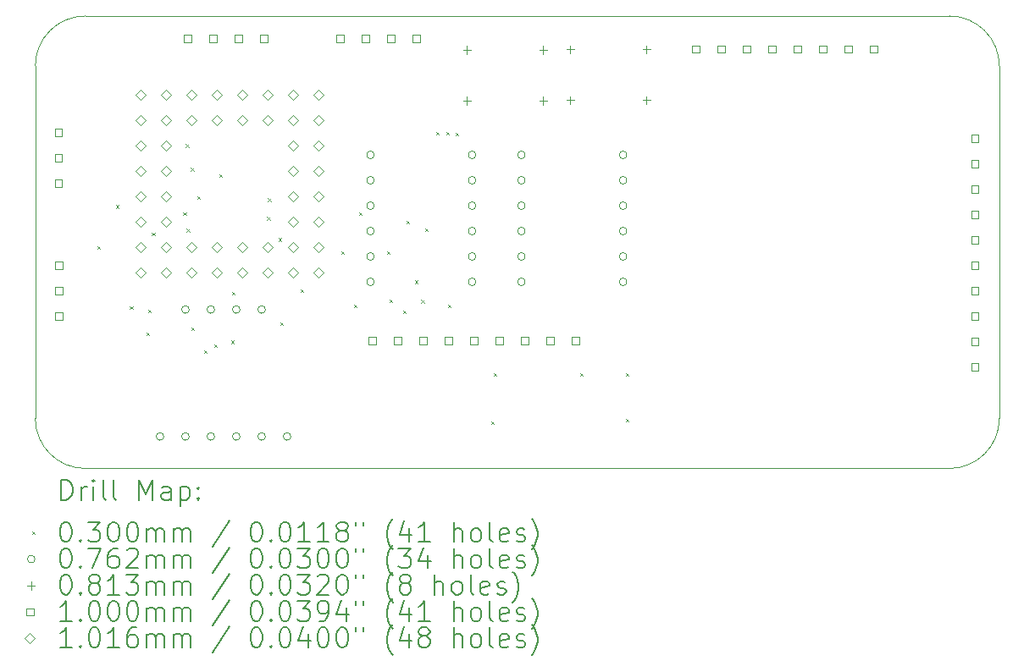
<source format=gbr>
%TF.GenerationSoftware,KiCad,Pcbnew,8.0.4*%
%TF.CreationDate,2024-08-08T16:53:42-05:00*%
%TF.ProjectId,GP2040-RE,47503230-3430-42d5-9245-2e6b69636164,rev?*%
%TF.SameCoordinates,Original*%
%TF.FileFunction,Drillmap*%
%TF.FilePolarity,Positive*%
%FSLAX45Y45*%
G04 Gerber Fmt 4.5, Leading zero omitted, Abs format (unit mm)*
G04 Created by KiCad (PCBNEW 8.0.4) date 2024-08-08 16:53:42*
%MOMM*%
%LPD*%
G01*
G04 APERTURE LIST*
%ADD10C,0.050000*%
%ADD11C,0.200000*%
%ADD12C,0.100000*%
%ADD13C,0.101600*%
G04 APERTURE END LIST*
D10*
X24379300Y-5080000D02*
G75*
G02*
X24879300Y-5580000I0J-500000D01*
G01*
X24879300Y-9106280D02*
G75*
G02*
X24379300Y-9606280I-500000J0D01*
G01*
X15242540Y-5580000D02*
G75*
G02*
X15742540Y-5080000I500000J0D01*
G01*
X15742540Y-9606280D02*
G75*
G02*
X15242540Y-9106280I0J500000D01*
G01*
X15742540Y-5080000D02*
X24379300Y-5080000D01*
X24379300Y-9606280D02*
X15742540Y-9606280D01*
X24879300Y-5580000D02*
X24879300Y-9106280D01*
X15242540Y-9106280D02*
X15242540Y-5580000D01*
D11*
D12*
X15860000Y-7381860D02*
X15890000Y-7411860D01*
X15890000Y-7381860D02*
X15860000Y-7411860D01*
X16045420Y-6970000D02*
X16075420Y-7000000D01*
X16075420Y-6970000D02*
X16045420Y-7000000D01*
X16185120Y-7983460D02*
X16215120Y-8013460D01*
X16215120Y-7983460D02*
X16185120Y-8013460D01*
X16350220Y-8245080D02*
X16380220Y-8275080D01*
X16380220Y-8245080D02*
X16350220Y-8275080D01*
X16368000Y-8016860D02*
X16398000Y-8046860D01*
X16398000Y-8016860D02*
X16368000Y-8046860D01*
X16406100Y-7244320D02*
X16436100Y-7274320D01*
X16436100Y-7244320D02*
X16406100Y-7274320D01*
X16718520Y-7044760D02*
X16748520Y-7074760D01*
X16748520Y-7044760D02*
X16718520Y-7074760D01*
X16743920Y-6362940D02*
X16773920Y-6392940D01*
X16773920Y-6362940D02*
X16743920Y-6392940D01*
X16754080Y-7208760D02*
X16784080Y-7238760D01*
X16784080Y-7208760D02*
X16754080Y-7238760D01*
X16794720Y-6599160D02*
X16824720Y-6629160D01*
X16824720Y-6599160D02*
X16794720Y-6629160D01*
X16799800Y-8194660D02*
X16829800Y-8224660D01*
X16829800Y-8194660D02*
X16799800Y-8224660D01*
X16860760Y-6881100D02*
X16890760Y-6911100D01*
X16890760Y-6881100D02*
X16860760Y-6911100D01*
X16926800Y-8423260D02*
X16956800Y-8453260D01*
X16956800Y-8423260D02*
X16926800Y-8453260D01*
X17028400Y-8363260D02*
X17058400Y-8393260D01*
X17058400Y-8363260D02*
X17028400Y-8393260D01*
X17081740Y-6662660D02*
X17111740Y-6692660D01*
X17111740Y-6662660D02*
X17081740Y-6692660D01*
X17200557Y-8327303D02*
X17230557Y-8357303D01*
X17230557Y-8327303D02*
X17200557Y-8357303D01*
X17206200Y-7839060D02*
X17236200Y-7869060D01*
X17236200Y-7839060D02*
X17206200Y-7869060D01*
X17556720Y-7088420D02*
X17586720Y-7118420D01*
X17586720Y-7088420D02*
X17556720Y-7118420D01*
X17566880Y-6901420D02*
X17596880Y-6931420D01*
X17596880Y-6901420D02*
X17566880Y-6931420D01*
X17671020Y-7300200D02*
X17701020Y-7330200D01*
X17701020Y-7300200D02*
X17671020Y-7330200D01*
X17688800Y-8143860D02*
X17718800Y-8173860D01*
X17718800Y-8143860D02*
X17688800Y-8173860D01*
X17892000Y-7813660D02*
X17922000Y-7843660D01*
X17922000Y-7813660D02*
X17892000Y-7843660D01*
X18298400Y-7432660D02*
X18328400Y-7462660D01*
X18328400Y-7432660D02*
X18298400Y-7462660D01*
X18425400Y-7966060D02*
X18455400Y-7996060D01*
X18455400Y-7966060D02*
X18425400Y-7996060D01*
X18477917Y-7044760D02*
X18507917Y-7074760D01*
X18507917Y-7044760D02*
X18477917Y-7074760D01*
X18755600Y-7432660D02*
X18785600Y-7462660D01*
X18785600Y-7432660D02*
X18755600Y-7462660D01*
X18781000Y-7915260D02*
X18811000Y-7945260D01*
X18811000Y-7915260D02*
X18781000Y-7945260D01*
X18915620Y-8026640D02*
X18945620Y-8056640D01*
X18945620Y-8026640D02*
X18915620Y-8056640D01*
X18951180Y-7128380D02*
X18981180Y-7158380D01*
X18981180Y-7128380D02*
X18951180Y-7158380D01*
X19035000Y-7722593D02*
X19065000Y-7752593D01*
X19065000Y-7722593D02*
X19035000Y-7752593D01*
X19098500Y-7919960D02*
X19128500Y-7949960D01*
X19128500Y-7919960D02*
X19098500Y-7949960D01*
X19136600Y-7204060D02*
X19166600Y-7234060D01*
X19166600Y-7204060D02*
X19136600Y-7234060D01*
X19248360Y-6238480D02*
X19278360Y-6268480D01*
X19278360Y-6238480D02*
X19248360Y-6268480D01*
X19349960Y-6238480D02*
X19379960Y-6268480D01*
X19379960Y-6238480D02*
X19349960Y-6268480D01*
X19367740Y-7965680D02*
X19397740Y-7995680D01*
X19397740Y-7965680D02*
X19367740Y-7995680D01*
X19443940Y-6246100D02*
X19473940Y-6276100D01*
X19473940Y-6246100D02*
X19443940Y-6276100D01*
X19797000Y-9134460D02*
X19827000Y-9164460D01*
X19827000Y-9134460D02*
X19797000Y-9164460D01*
X19822400Y-8651860D02*
X19852400Y-8681860D01*
X19852400Y-8651860D02*
X19822400Y-8681860D01*
X20686000Y-8651860D02*
X20716000Y-8681860D01*
X20716000Y-8651860D02*
X20686000Y-8681860D01*
X21143200Y-8651860D02*
X21173200Y-8681860D01*
X21173200Y-8651860D02*
X21143200Y-8681860D01*
X21143200Y-9109060D02*
X21173200Y-9139060D01*
X21173200Y-9109060D02*
X21143200Y-9139060D01*
X16527580Y-9286240D02*
G75*
G02*
X16451380Y-9286240I-38100J0D01*
G01*
X16451380Y-9286240D02*
G75*
G02*
X16527580Y-9286240I38100J0D01*
G01*
X16781580Y-8016240D02*
G75*
G02*
X16705380Y-8016240I-38100J0D01*
G01*
X16705380Y-8016240D02*
G75*
G02*
X16781580Y-8016240I38100J0D01*
G01*
X16781580Y-9286240D02*
G75*
G02*
X16705380Y-9286240I-38100J0D01*
G01*
X16705380Y-9286240D02*
G75*
G02*
X16781580Y-9286240I38100J0D01*
G01*
X17035580Y-8016240D02*
G75*
G02*
X16959380Y-8016240I-38100J0D01*
G01*
X16959380Y-8016240D02*
G75*
G02*
X17035580Y-8016240I38100J0D01*
G01*
X17035580Y-9286240D02*
G75*
G02*
X16959380Y-9286240I-38100J0D01*
G01*
X16959380Y-9286240D02*
G75*
G02*
X17035580Y-9286240I38100J0D01*
G01*
X17289580Y-8016240D02*
G75*
G02*
X17213380Y-8016240I-38100J0D01*
G01*
X17213380Y-8016240D02*
G75*
G02*
X17289580Y-8016240I38100J0D01*
G01*
X17289580Y-9286240D02*
G75*
G02*
X17213380Y-9286240I-38100J0D01*
G01*
X17213380Y-9286240D02*
G75*
G02*
X17289580Y-9286240I38100J0D01*
G01*
X17543580Y-8016240D02*
G75*
G02*
X17467380Y-8016240I-38100J0D01*
G01*
X17467380Y-8016240D02*
G75*
G02*
X17543580Y-8016240I38100J0D01*
G01*
X17543580Y-9286240D02*
G75*
G02*
X17467380Y-9286240I-38100J0D01*
G01*
X17467380Y-9286240D02*
G75*
G02*
X17543580Y-9286240I38100J0D01*
G01*
X17797580Y-9286240D02*
G75*
G02*
X17721380Y-9286240I-38100J0D01*
G01*
X17721380Y-9286240D02*
G75*
G02*
X17797580Y-9286240I38100J0D01*
G01*
X18630900Y-6469180D02*
G75*
G02*
X18554700Y-6469180I-38100J0D01*
G01*
X18554700Y-6469180D02*
G75*
G02*
X18630900Y-6469180I38100J0D01*
G01*
X18630900Y-6723180D02*
G75*
G02*
X18554700Y-6723180I-38100J0D01*
G01*
X18554700Y-6723180D02*
G75*
G02*
X18630900Y-6723180I38100J0D01*
G01*
X18630900Y-6977180D02*
G75*
G02*
X18554700Y-6977180I-38100J0D01*
G01*
X18554700Y-6977180D02*
G75*
G02*
X18630900Y-6977180I38100J0D01*
G01*
X18630900Y-7231180D02*
G75*
G02*
X18554700Y-7231180I-38100J0D01*
G01*
X18554700Y-7231180D02*
G75*
G02*
X18630900Y-7231180I38100J0D01*
G01*
X18630900Y-7485180D02*
G75*
G02*
X18554700Y-7485180I-38100J0D01*
G01*
X18554700Y-7485180D02*
G75*
G02*
X18630900Y-7485180I38100J0D01*
G01*
X18630900Y-7739180D02*
G75*
G02*
X18554700Y-7739180I-38100J0D01*
G01*
X18554700Y-7739180D02*
G75*
G02*
X18630900Y-7739180I38100J0D01*
G01*
X19646900Y-6469180D02*
G75*
G02*
X19570700Y-6469180I-38100J0D01*
G01*
X19570700Y-6469180D02*
G75*
G02*
X19646900Y-6469180I38100J0D01*
G01*
X19646900Y-6723180D02*
G75*
G02*
X19570700Y-6723180I-38100J0D01*
G01*
X19570700Y-6723180D02*
G75*
G02*
X19646900Y-6723180I38100J0D01*
G01*
X19646900Y-6977180D02*
G75*
G02*
X19570700Y-6977180I-38100J0D01*
G01*
X19570700Y-6977180D02*
G75*
G02*
X19646900Y-6977180I38100J0D01*
G01*
X19646900Y-7231180D02*
G75*
G02*
X19570700Y-7231180I-38100J0D01*
G01*
X19570700Y-7231180D02*
G75*
G02*
X19646900Y-7231180I38100J0D01*
G01*
X19646900Y-7485180D02*
G75*
G02*
X19570700Y-7485180I-38100J0D01*
G01*
X19570700Y-7485180D02*
G75*
G02*
X19646900Y-7485180I38100J0D01*
G01*
X19646900Y-7739180D02*
G75*
G02*
X19570700Y-7739180I-38100J0D01*
G01*
X19570700Y-7739180D02*
G75*
G02*
X19646900Y-7739180I38100J0D01*
G01*
X20139660Y-6469180D02*
G75*
G02*
X20063460Y-6469180I-38100J0D01*
G01*
X20063460Y-6469180D02*
G75*
G02*
X20139660Y-6469180I38100J0D01*
G01*
X20139660Y-6723180D02*
G75*
G02*
X20063460Y-6723180I-38100J0D01*
G01*
X20063460Y-6723180D02*
G75*
G02*
X20139660Y-6723180I38100J0D01*
G01*
X20139660Y-6977180D02*
G75*
G02*
X20063460Y-6977180I-38100J0D01*
G01*
X20063460Y-6977180D02*
G75*
G02*
X20139660Y-6977180I38100J0D01*
G01*
X20139660Y-7231180D02*
G75*
G02*
X20063460Y-7231180I-38100J0D01*
G01*
X20063460Y-7231180D02*
G75*
G02*
X20139660Y-7231180I38100J0D01*
G01*
X20139660Y-7485180D02*
G75*
G02*
X20063460Y-7485180I-38100J0D01*
G01*
X20063460Y-7485180D02*
G75*
G02*
X20139660Y-7485180I38100J0D01*
G01*
X20139660Y-7739180D02*
G75*
G02*
X20063460Y-7739180I-38100J0D01*
G01*
X20063460Y-7739180D02*
G75*
G02*
X20139660Y-7739180I38100J0D01*
G01*
X21155660Y-6469180D02*
G75*
G02*
X21079460Y-6469180I-38100J0D01*
G01*
X21079460Y-6469180D02*
G75*
G02*
X21155660Y-6469180I38100J0D01*
G01*
X21155660Y-6723180D02*
G75*
G02*
X21079460Y-6723180I-38100J0D01*
G01*
X21079460Y-6723180D02*
G75*
G02*
X21155660Y-6723180I38100J0D01*
G01*
X21155660Y-6977180D02*
G75*
G02*
X21079460Y-6977180I-38100J0D01*
G01*
X21079460Y-6977180D02*
G75*
G02*
X21155660Y-6977180I38100J0D01*
G01*
X21155660Y-7231180D02*
G75*
G02*
X21079460Y-7231180I-38100J0D01*
G01*
X21079460Y-7231180D02*
G75*
G02*
X21155660Y-7231180I38100J0D01*
G01*
X21155660Y-7485180D02*
G75*
G02*
X21079460Y-7485180I-38100J0D01*
G01*
X21079460Y-7485180D02*
G75*
G02*
X21155660Y-7485180I38100J0D01*
G01*
X21155660Y-7739180D02*
G75*
G02*
X21079460Y-7739180I-38100J0D01*
G01*
X21079460Y-7739180D02*
G75*
G02*
X21155660Y-7739180I38100J0D01*
G01*
X19558000Y-5377180D02*
X19558000Y-5458460D01*
X19517360Y-5417820D02*
X19598640Y-5417820D01*
X19558000Y-5885180D02*
X19558000Y-5966460D01*
X19517360Y-5925820D02*
X19598640Y-5925820D01*
X20320000Y-5377180D02*
X20320000Y-5458460D01*
X20279360Y-5417820D02*
X20360640Y-5417820D01*
X20320000Y-5885180D02*
X20320000Y-5966460D01*
X20279360Y-5925820D02*
X20360640Y-5925820D01*
X20591780Y-5374640D02*
X20591780Y-5455920D01*
X20551140Y-5415280D02*
X20632420Y-5415280D01*
X20591780Y-5882640D02*
X20591780Y-5963920D01*
X20551140Y-5923280D02*
X20632420Y-5923280D01*
X21353780Y-5374640D02*
X21353780Y-5455920D01*
X21313140Y-5415280D02*
X21394420Y-5415280D01*
X21353780Y-5882640D02*
X21353780Y-5963920D01*
X21313140Y-5923280D02*
X21394420Y-5923280D01*
X15511536Y-6280556D02*
X15511536Y-6209844D01*
X15440824Y-6209844D01*
X15440824Y-6280556D01*
X15511536Y-6280556D01*
X15511536Y-6534556D02*
X15511536Y-6463844D01*
X15440824Y-6463844D01*
X15440824Y-6534556D01*
X15511536Y-6534556D01*
X15511536Y-6788556D02*
X15511536Y-6717844D01*
X15440824Y-6717844D01*
X15440824Y-6788556D01*
X15511536Y-6788556D01*
X15514116Y-7610016D02*
X15514116Y-7539304D01*
X15443404Y-7539304D01*
X15443404Y-7610016D01*
X15514116Y-7610016D01*
X15514116Y-7864016D02*
X15514116Y-7793304D01*
X15443404Y-7793304D01*
X15443404Y-7864016D01*
X15514116Y-7864016D01*
X15514116Y-8118016D02*
X15514116Y-8047304D01*
X15443404Y-8047304D01*
X15443404Y-8118016D01*
X15514116Y-8118016D01*
X16799356Y-5341416D02*
X16799356Y-5270704D01*
X16728644Y-5270704D01*
X16728644Y-5341416D01*
X16799356Y-5341416D01*
X17053356Y-5341416D02*
X17053356Y-5270704D01*
X16982644Y-5270704D01*
X16982644Y-5341416D01*
X17053356Y-5341416D01*
X17307356Y-5341416D02*
X17307356Y-5270704D01*
X17236644Y-5270704D01*
X17236644Y-5341416D01*
X17307356Y-5341416D01*
X17561356Y-5341416D02*
X17561356Y-5270704D01*
X17490644Y-5270704D01*
X17490644Y-5341416D01*
X17561356Y-5341416D01*
X18323356Y-5341416D02*
X18323356Y-5270704D01*
X18252644Y-5270704D01*
X18252644Y-5341416D01*
X18323356Y-5341416D01*
X18577356Y-5341416D02*
X18577356Y-5270704D01*
X18506644Y-5270704D01*
X18506644Y-5341416D01*
X18577356Y-5341416D01*
X18646936Y-8364056D02*
X18646936Y-8293344D01*
X18576224Y-8293344D01*
X18576224Y-8364056D01*
X18646936Y-8364056D01*
X18831356Y-5341416D02*
X18831356Y-5270704D01*
X18760644Y-5270704D01*
X18760644Y-5341416D01*
X18831356Y-5341416D01*
X18900936Y-8364056D02*
X18900936Y-8293344D01*
X18830224Y-8293344D01*
X18830224Y-8364056D01*
X18900936Y-8364056D01*
X19085356Y-5341416D02*
X19085356Y-5270704D01*
X19014644Y-5270704D01*
X19014644Y-5341416D01*
X19085356Y-5341416D01*
X19154936Y-8364056D02*
X19154936Y-8293344D01*
X19084224Y-8293344D01*
X19084224Y-8364056D01*
X19154936Y-8364056D01*
X19408936Y-8364056D02*
X19408936Y-8293344D01*
X19338224Y-8293344D01*
X19338224Y-8364056D01*
X19408936Y-8364056D01*
X19662936Y-8364056D02*
X19662936Y-8293344D01*
X19592224Y-8293344D01*
X19592224Y-8364056D01*
X19662936Y-8364056D01*
X19916936Y-8364056D02*
X19916936Y-8293344D01*
X19846224Y-8293344D01*
X19846224Y-8364056D01*
X19916936Y-8364056D01*
X20170936Y-8364056D02*
X20170936Y-8293344D01*
X20100224Y-8293344D01*
X20100224Y-8364056D01*
X20170936Y-8364056D01*
X20424936Y-8364056D02*
X20424936Y-8293344D01*
X20354224Y-8293344D01*
X20354224Y-8364056D01*
X20424936Y-8364056D01*
X20678936Y-8364056D02*
X20678936Y-8293344D01*
X20608224Y-8293344D01*
X20608224Y-8364056D01*
X20678936Y-8364056D01*
X21879356Y-5448136D02*
X21879356Y-5377424D01*
X21808644Y-5377424D01*
X21808644Y-5448136D01*
X21879356Y-5448136D01*
X22133356Y-5448136D02*
X22133356Y-5377424D01*
X22062644Y-5377424D01*
X22062644Y-5448136D01*
X22133356Y-5448136D01*
X22387356Y-5448136D02*
X22387356Y-5377424D01*
X22316644Y-5377424D01*
X22316644Y-5448136D01*
X22387356Y-5448136D01*
X22641356Y-5448136D02*
X22641356Y-5377424D01*
X22570644Y-5377424D01*
X22570644Y-5448136D01*
X22641356Y-5448136D01*
X22895356Y-5448136D02*
X22895356Y-5377424D01*
X22824644Y-5377424D01*
X22824644Y-5448136D01*
X22895356Y-5448136D01*
X23149356Y-5448136D02*
X23149356Y-5377424D01*
X23078644Y-5377424D01*
X23078644Y-5448136D01*
X23149356Y-5448136D01*
X23403356Y-5448136D02*
X23403356Y-5377424D01*
X23332644Y-5377424D01*
X23332644Y-5448136D01*
X23403356Y-5448136D01*
X23657356Y-5448136D02*
X23657356Y-5377424D01*
X23586644Y-5377424D01*
X23586644Y-5448136D01*
X23657356Y-5448136D01*
X24670856Y-6340016D02*
X24670856Y-6269304D01*
X24600144Y-6269304D01*
X24600144Y-6340016D01*
X24670856Y-6340016D01*
X24670856Y-6594016D02*
X24670856Y-6523304D01*
X24600144Y-6523304D01*
X24600144Y-6594016D01*
X24670856Y-6594016D01*
X24670856Y-6848016D02*
X24670856Y-6777304D01*
X24600144Y-6777304D01*
X24600144Y-6848016D01*
X24670856Y-6848016D01*
X24670856Y-7102016D02*
X24670856Y-7031304D01*
X24600144Y-7031304D01*
X24600144Y-7102016D01*
X24670856Y-7102016D01*
X24670856Y-7356016D02*
X24670856Y-7285304D01*
X24600144Y-7285304D01*
X24600144Y-7356016D01*
X24670856Y-7356016D01*
X24670856Y-7610016D02*
X24670856Y-7539304D01*
X24600144Y-7539304D01*
X24600144Y-7610016D01*
X24670856Y-7610016D01*
X24670856Y-7864016D02*
X24670856Y-7793304D01*
X24600144Y-7793304D01*
X24600144Y-7864016D01*
X24670856Y-7864016D01*
X24670856Y-8118016D02*
X24670856Y-8047304D01*
X24600144Y-8047304D01*
X24600144Y-8118016D01*
X24670856Y-8118016D01*
X24670856Y-8372016D02*
X24670856Y-8301304D01*
X24600144Y-8301304D01*
X24600144Y-8372016D01*
X24670856Y-8372016D01*
X24670856Y-8626016D02*
X24670856Y-8555304D01*
X24600144Y-8555304D01*
X24600144Y-8626016D01*
X24670856Y-8626016D01*
D13*
X16294100Y-5915660D02*
X16344900Y-5864860D01*
X16294100Y-5814060D01*
X16243300Y-5864860D01*
X16294100Y-5915660D01*
X16294100Y-6169660D02*
X16344900Y-6118860D01*
X16294100Y-6068060D01*
X16243300Y-6118860D01*
X16294100Y-6169660D01*
X16294100Y-6423660D02*
X16344900Y-6372860D01*
X16294100Y-6322060D01*
X16243300Y-6372860D01*
X16294100Y-6423660D01*
X16294100Y-6677660D02*
X16344900Y-6626860D01*
X16294100Y-6576060D01*
X16243300Y-6626860D01*
X16294100Y-6677660D01*
X16294100Y-6931660D02*
X16344900Y-6880860D01*
X16294100Y-6830060D01*
X16243300Y-6880860D01*
X16294100Y-6931660D01*
X16294100Y-7185660D02*
X16344900Y-7134860D01*
X16294100Y-7084060D01*
X16243300Y-7134860D01*
X16294100Y-7185660D01*
X16294100Y-7439660D02*
X16344900Y-7388860D01*
X16294100Y-7338060D01*
X16243300Y-7388860D01*
X16294100Y-7439660D01*
X16294100Y-7693660D02*
X16344900Y-7642860D01*
X16294100Y-7592060D01*
X16243300Y-7642860D01*
X16294100Y-7693660D01*
X16548100Y-5915660D02*
X16598900Y-5864860D01*
X16548100Y-5814060D01*
X16497300Y-5864860D01*
X16548100Y-5915660D01*
X16548100Y-6169660D02*
X16598900Y-6118860D01*
X16548100Y-6068060D01*
X16497300Y-6118860D01*
X16548100Y-6169660D01*
X16548100Y-6423660D02*
X16598900Y-6372860D01*
X16548100Y-6322060D01*
X16497300Y-6372860D01*
X16548100Y-6423660D01*
X16548100Y-6677660D02*
X16598900Y-6626860D01*
X16548100Y-6576060D01*
X16497300Y-6626860D01*
X16548100Y-6677660D01*
X16548100Y-6931660D02*
X16598900Y-6880860D01*
X16548100Y-6830060D01*
X16497300Y-6880860D01*
X16548100Y-6931660D01*
X16548100Y-7185660D02*
X16598900Y-7134860D01*
X16548100Y-7084060D01*
X16497300Y-7134860D01*
X16548100Y-7185660D01*
X16548100Y-7439660D02*
X16598900Y-7388860D01*
X16548100Y-7338060D01*
X16497300Y-7388860D01*
X16548100Y-7439660D01*
X16548100Y-7693660D02*
X16598900Y-7642860D01*
X16548100Y-7592060D01*
X16497300Y-7642860D01*
X16548100Y-7693660D01*
X16802100Y-5915660D02*
X16852900Y-5864860D01*
X16802100Y-5814060D01*
X16751300Y-5864860D01*
X16802100Y-5915660D01*
X16802100Y-6169660D02*
X16852900Y-6118860D01*
X16802100Y-6068060D01*
X16751300Y-6118860D01*
X16802100Y-6169660D01*
X16802100Y-7439660D02*
X16852900Y-7388860D01*
X16802100Y-7338060D01*
X16751300Y-7388860D01*
X16802100Y-7439660D01*
X16802100Y-7693660D02*
X16852900Y-7642860D01*
X16802100Y-7592060D01*
X16751300Y-7642860D01*
X16802100Y-7693660D01*
X17056100Y-5915660D02*
X17106900Y-5864860D01*
X17056100Y-5814060D01*
X17005300Y-5864860D01*
X17056100Y-5915660D01*
X17056100Y-6169660D02*
X17106900Y-6118860D01*
X17056100Y-6068060D01*
X17005300Y-6118860D01*
X17056100Y-6169660D01*
X17056100Y-7439660D02*
X17106900Y-7388860D01*
X17056100Y-7338060D01*
X17005300Y-7388860D01*
X17056100Y-7439660D01*
X17056100Y-7693660D02*
X17106900Y-7642860D01*
X17056100Y-7592060D01*
X17005300Y-7642860D01*
X17056100Y-7693660D01*
X17310100Y-5915660D02*
X17360900Y-5864860D01*
X17310100Y-5814060D01*
X17259300Y-5864860D01*
X17310100Y-5915660D01*
X17310100Y-6169660D02*
X17360900Y-6118860D01*
X17310100Y-6068060D01*
X17259300Y-6118860D01*
X17310100Y-6169660D01*
X17310100Y-7439660D02*
X17360900Y-7388860D01*
X17310100Y-7338060D01*
X17259300Y-7388860D01*
X17310100Y-7439660D01*
X17310100Y-7693660D02*
X17360900Y-7642860D01*
X17310100Y-7592060D01*
X17259300Y-7642860D01*
X17310100Y-7693660D01*
X17564100Y-5915660D02*
X17614900Y-5864860D01*
X17564100Y-5814060D01*
X17513300Y-5864860D01*
X17564100Y-5915660D01*
X17564100Y-6169660D02*
X17614900Y-6118860D01*
X17564100Y-6068060D01*
X17513300Y-6118860D01*
X17564100Y-6169660D01*
X17564100Y-7439660D02*
X17614900Y-7388860D01*
X17564100Y-7338060D01*
X17513300Y-7388860D01*
X17564100Y-7439660D01*
X17564100Y-7693660D02*
X17614900Y-7642860D01*
X17564100Y-7592060D01*
X17513300Y-7642860D01*
X17564100Y-7693660D01*
X17818100Y-5915660D02*
X17868900Y-5864860D01*
X17818100Y-5814060D01*
X17767300Y-5864860D01*
X17818100Y-5915660D01*
X17818100Y-6169660D02*
X17868900Y-6118860D01*
X17818100Y-6068060D01*
X17767300Y-6118860D01*
X17818100Y-6169660D01*
X17818100Y-6423660D02*
X17868900Y-6372860D01*
X17818100Y-6322060D01*
X17767300Y-6372860D01*
X17818100Y-6423660D01*
X17818100Y-6677660D02*
X17868900Y-6626860D01*
X17818100Y-6576060D01*
X17767300Y-6626860D01*
X17818100Y-6677660D01*
X17818100Y-6931660D02*
X17868900Y-6880860D01*
X17818100Y-6830060D01*
X17767300Y-6880860D01*
X17818100Y-6931660D01*
X17818100Y-7185660D02*
X17868900Y-7134860D01*
X17818100Y-7084060D01*
X17767300Y-7134860D01*
X17818100Y-7185660D01*
X17818100Y-7439660D02*
X17868900Y-7388860D01*
X17818100Y-7338060D01*
X17767300Y-7388860D01*
X17818100Y-7439660D01*
X17818100Y-7693660D02*
X17868900Y-7642860D01*
X17818100Y-7592060D01*
X17767300Y-7642860D01*
X17818100Y-7693660D01*
X18072100Y-5915660D02*
X18122900Y-5864860D01*
X18072100Y-5814060D01*
X18021300Y-5864860D01*
X18072100Y-5915660D01*
X18072100Y-6169660D02*
X18122900Y-6118860D01*
X18072100Y-6068060D01*
X18021300Y-6118860D01*
X18072100Y-6169660D01*
X18072100Y-6423660D02*
X18122900Y-6372860D01*
X18072100Y-6322060D01*
X18021300Y-6372860D01*
X18072100Y-6423660D01*
X18072100Y-6677660D02*
X18122900Y-6626860D01*
X18072100Y-6576060D01*
X18021300Y-6626860D01*
X18072100Y-6677660D01*
X18072100Y-6931660D02*
X18122900Y-6880860D01*
X18072100Y-6830060D01*
X18021300Y-6880860D01*
X18072100Y-6931660D01*
X18072100Y-7185660D02*
X18122900Y-7134860D01*
X18072100Y-7084060D01*
X18021300Y-7134860D01*
X18072100Y-7185660D01*
X18072100Y-7439660D02*
X18122900Y-7388860D01*
X18072100Y-7338060D01*
X18021300Y-7388860D01*
X18072100Y-7439660D01*
X18072100Y-7693660D02*
X18122900Y-7642860D01*
X18072100Y-7592060D01*
X18021300Y-7642860D01*
X18072100Y-7693660D01*
D11*
X15500817Y-9920264D02*
X15500817Y-9720264D01*
X15500817Y-9720264D02*
X15548436Y-9720264D01*
X15548436Y-9720264D02*
X15577007Y-9729788D01*
X15577007Y-9729788D02*
X15596055Y-9748835D01*
X15596055Y-9748835D02*
X15605579Y-9767883D01*
X15605579Y-9767883D02*
X15615102Y-9805978D01*
X15615102Y-9805978D02*
X15615102Y-9834550D01*
X15615102Y-9834550D02*
X15605579Y-9872645D01*
X15605579Y-9872645D02*
X15596055Y-9891692D01*
X15596055Y-9891692D02*
X15577007Y-9910740D01*
X15577007Y-9910740D02*
X15548436Y-9920264D01*
X15548436Y-9920264D02*
X15500817Y-9920264D01*
X15700817Y-9920264D02*
X15700817Y-9786930D01*
X15700817Y-9825026D02*
X15710341Y-9805978D01*
X15710341Y-9805978D02*
X15719864Y-9796454D01*
X15719864Y-9796454D02*
X15738912Y-9786930D01*
X15738912Y-9786930D02*
X15757960Y-9786930D01*
X15824626Y-9920264D02*
X15824626Y-9786930D01*
X15824626Y-9720264D02*
X15815102Y-9729788D01*
X15815102Y-9729788D02*
X15824626Y-9739311D01*
X15824626Y-9739311D02*
X15834150Y-9729788D01*
X15834150Y-9729788D02*
X15824626Y-9720264D01*
X15824626Y-9720264D02*
X15824626Y-9739311D01*
X15948436Y-9920264D02*
X15929388Y-9910740D01*
X15929388Y-9910740D02*
X15919864Y-9891692D01*
X15919864Y-9891692D02*
X15919864Y-9720264D01*
X16053198Y-9920264D02*
X16034150Y-9910740D01*
X16034150Y-9910740D02*
X16024626Y-9891692D01*
X16024626Y-9891692D02*
X16024626Y-9720264D01*
X16281769Y-9920264D02*
X16281769Y-9720264D01*
X16281769Y-9720264D02*
X16348436Y-9863121D01*
X16348436Y-9863121D02*
X16415102Y-9720264D01*
X16415102Y-9720264D02*
X16415102Y-9920264D01*
X16596055Y-9920264D02*
X16596055Y-9815502D01*
X16596055Y-9815502D02*
X16586531Y-9796454D01*
X16586531Y-9796454D02*
X16567483Y-9786930D01*
X16567483Y-9786930D02*
X16529388Y-9786930D01*
X16529388Y-9786930D02*
X16510341Y-9796454D01*
X16596055Y-9910740D02*
X16577007Y-9920264D01*
X16577007Y-9920264D02*
X16529388Y-9920264D01*
X16529388Y-9920264D02*
X16510341Y-9910740D01*
X16510341Y-9910740D02*
X16500817Y-9891692D01*
X16500817Y-9891692D02*
X16500817Y-9872645D01*
X16500817Y-9872645D02*
X16510341Y-9853597D01*
X16510341Y-9853597D02*
X16529388Y-9844073D01*
X16529388Y-9844073D02*
X16577007Y-9844073D01*
X16577007Y-9844073D02*
X16596055Y-9834550D01*
X16691293Y-9786930D02*
X16691293Y-9986930D01*
X16691293Y-9796454D02*
X16710341Y-9786930D01*
X16710341Y-9786930D02*
X16748436Y-9786930D01*
X16748436Y-9786930D02*
X16767483Y-9796454D01*
X16767483Y-9796454D02*
X16777007Y-9805978D01*
X16777007Y-9805978D02*
X16786531Y-9825026D01*
X16786531Y-9825026D02*
X16786531Y-9882169D01*
X16786531Y-9882169D02*
X16777007Y-9901216D01*
X16777007Y-9901216D02*
X16767483Y-9910740D01*
X16767483Y-9910740D02*
X16748436Y-9920264D01*
X16748436Y-9920264D02*
X16710341Y-9920264D01*
X16710341Y-9920264D02*
X16691293Y-9910740D01*
X16872245Y-9901216D02*
X16881769Y-9910740D01*
X16881769Y-9910740D02*
X16872245Y-9920264D01*
X16872245Y-9920264D02*
X16862722Y-9910740D01*
X16862722Y-9910740D02*
X16872245Y-9901216D01*
X16872245Y-9901216D02*
X16872245Y-9920264D01*
X16872245Y-9796454D02*
X16881769Y-9805978D01*
X16881769Y-9805978D02*
X16872245Y-9815502D01*
X16872245Y-9815502D02*
X16862722Y-9805978D01*
X16862722Y-9805978D02*
X16872245Y-9796454D01*
X16872245Y-9796454D02*
X16872245Y-9815502D01*
D12*
X15210040Y-10233780D02*
X15240040Y-10263780D01*
X15240040Y-10233780D02*
X15210040Y-10263780D01*
D11*
X15538912Y-10140264D02*
X15557960Y-10140264D01*
X15557960Y-10140264D02*
X15577007Y-10149788D01*
X15577007Y-10149788D02*
X15586531Y-10159311D01*
X15586531Y-10159311D02*
X15596055Y-10178359D01*
X15596055Y-10178359D02*
X15605579Y-10216454D01*
X15605579Y-10216454D02*
X15605579Y-10264073D01*
X15605579Y-10264073D02*
X15596055Y-10302169D01*
X15596055Y-10302169D02*
X15586531Y-10321216D01*
X15586531Y-10321216D02*
X15577007Y-10330740D01*
X15577007Y-10330740D02*
X15557960Y-10340264D01*
X15557960Y-10340264D02*
X15538912Y-10340264D01*
X15538912Y-10340264D02*
X15519864Y-10330740D01*
X15519864Y-10330740D02*
X15510341Y-10321216D01*
X15510341Y-10321216D02*
X15500817Y-10302169D01*
X15500817Y-10302169D02*
X15491293Y-10264073D01*
X15491293Y-10264073D02*
X15491293Y-10216454D01*
X15491293Y-10216454D02*
X15500817Y-10178359D01*
X15500817Y-10178359D02*
X15510341Y-10159311D01*
X15510341Y-10159311D02*
X15519864Y-10149788D01*
X15519864Y-10149788D02*
X15538912Y-10140264D01*
X15691293Y-10321216D02*
X15700817Y-10330740D01*
X15700817Y-10330740D02*
X15691293Y-10340264D01*
X15691293Y-10340264D02*
X15681769Y-10330740D01*
X15681769Y-10330740D02*
X15691293Y-10321216D01*
X15691293Y-10321216D02*
X15691293Y-10340264D01*
X15767483Y-10140264D02*
X15891293Y-10140264D01*
X15891293Y-10140264D02*
X15824626Y-10216454D01*
X15824626Y-10216454D02*
X15853198Y-10216454D01*
X15853198Y-10216454D02*
X15872245Y-10225978D01*
X15872245Y-10225978D02*
X15881769Y-10235502D01*
X15881769Y-10235502D02*
X15891293Y-10254550D01*
X15891293Y-10254550D02*
X15891293Y-10302169D01*
X15891293Y-10302169D02*
X15881769Y-10321216D01*
X15881769Y-10321216D02*
X15872245Y-10330740D01*
X15872245Y-10330740D02*
X15853198Y-10340264D01*
X15853198Y-10340264D02*
X15796055Y-10340264D01*
X15796055Y-10340264D02*
X15777007Y-10330740D01*
X15777007Y-10330740D02*
X15767483Y-10321216D01*
X16015102Y-10140264D02*
X16034150Y-10140264D01*
X16034150Y-10140264D02*
X16053198Y-10149788D01*
X16053198Y-10149788D02*
X16062722Y-10159311D01*
X16062722Y-10159311D02*
X16072245Y-10178359D01*
X16072245Y-10178359D02*
X16081769Y-10216454D01*
X16081769Y-10216454D02*
X16081769Y-10264073D01*
X16081769Y-10264073D02*
X16072245Y-10302169D01*
X16072245Y-10302169D02*
X16062722Y-10321216D01*
X16062722Y-10321216D02*
X16053198Y-10330740D01*
X16053198Y-10330740D02*
X16034150Y-10340264D01*
X16034150Y-10340264D02*
X16015102Y-10340264D01*
X16015102Y-10340264D02*
X15996055Y-10330740D01*
X15996055Y-10330740D02*
X15986531Y-10321216D01*
X15986531Y-10321216D02*
X15977007Y-10302169D01*
X15977007Y-10302169D02*
X15967483Y-10264073D01*
X15967483Y-10264073D02*
X15967483Y-10216454D01*
X15967483Y-10216454D02*
X15977007Y-10178359D01*
X15977007Y-10178359D02*
X15986531Y-10159311D01*
X15986531Y-10159311D02*
X15996055Y-10149788D01*
X15996055Y-10149788D02*
X16015102Y-10140264D01*
X16205579Y-10140264D02*
X16224626Y-10140264D01*
X16224626Y-10140264D02*
X16243674Y-10149788D01*
X16243674Y-10149788D02*
X16253198Y-10159311D01*
X16253198Y-10159311D02*
X16262722Y-10178359D01*
X16262722Y-10178359D02*
X16272245Y-10216454D01*
X16272245Y-10216454D02*
X16272245Y-10264073D01*
X16272245Y-10264073D02*
X16262722Y-10302169D01*
X16262722Y-10302169D02*
X16253198Y-10321216D01*
X16253198Y-10321216D02*
X16243674Y-10330740D01*
X16243674Y-10330740D02*
X16224626Y-10340264D01*
X16224626Y-10340264D02*
X16205579Y-10340264D01*
X16205579Y-10340264D02*
X16186531Y-10330740D01*
X16186531Y-10330740D02*
X16177007Y-10321216D01*
X16177007Y-10321216D02*
X16167483Y-10302169D01*
X16167483Y-10302169D02*
X16157960Y-10264073D01*
X16157960Y-10264073D02*
X16157960Y-10216454D01*
X16157960Y-10216454D02*
X16167483Y-10178359D01*
X16167483Y-10178359D02*
X16177007Y-10159311D01*
X16177007Y-10159311D02*
X16186531Y-10149788D01*
X16186531Y-10149788D02*
X16205579Y-10140264D01*
X16357960Y-10340264D02*
X16357960Y-10206930D01*
X16357960Y-10225978D02*
X16367483Y-10216454D01*
X16367483Y-10216454D02*
X16386531Y-10206930D01*
X16386531Y-10206930D02*
X16415103Y-10206930D01*
X16415103Y-10206930D02*
X16434150Y-10216454D01*
X16434150Y-10216454D02*
X16443674Y-10235502D01*
X16443674Y-10235502D02*
X16443674Y-10340264D01*
X16443674Y-10235502D02*
X16453198Y-10216454D01*
X16453198Y-10216454D02*
X16472245Y-10206930D01*
X16472245Y-10206930D02*
X16500817Y-10206930D01*
X16500817Y-10206930D02*
X16519864Y-10216454D01*
X16519864Y-10216454D02*
X16529388Y-10235502D01*
X16529388Y-10235502D02*
X16529388Y-10340264D01*
X16624626Y-10340264D02*
X16624626Y-10206930D01*
X16624626Y-10225978D02*
X16634150Y-10216454D01*
X16634150Y-10216454D02*
X16653198Y-10206930D01*
X16653198Y-10206930D02*
X16681769Y-10206930D01*
X16681769Y-10206930D02*
X16700817Y-10216454D01*
X16700817Y-10216454D02*
X16710341Y-10235502D01*
X16710341Y-10235502D02*
X16710341Y-10340264D01*
X16710341Y-10235502D02*
X16719864Y-10216454D01*
X16719864Y-10216454D02*
X16738912Y-10206930D01*
X16738912Y-10206930D02*
X16767483Y-10206930D01*
X16767483Y-10206930D02*
X16786531Y-10216454D01*
X16786531Y-10216454D02*
X16796055Y-10235502D01*
X16796055Y-10235502D02*
X16796055Y-10340264D01*
X17186531Y-10130740D02*
X17015103Y-10387883D01*
X17443674Y-10140264D02*
X17462722Y-10140264D01*
X17462722Y-10140264D02*
X17481769Y-10149788D01*
X17481769Y-10149788D02*
X17491293Y-10159311D01*
X17491293Y-10159311D02*
X17500817Y-10178359D01*
X17500817Y-10178359D02*
X17510341Y-10216454D01*
X17510341Y-10216454D02*
X17510341Y-10264073D01*
X17510341Y-10264073D02*
X17500817Y-10302169D01*
X17500817Y-10302169D02*
X17491293Y-10321216D01*
X17491293Y-10321216D02*
X17481769Y-10330740D01*
X17481769Y-10330740D02*
X17462722Y-10340264D01*
X17462722Y-10340264D02*
X17443674Y-10340264D01*
X17443674Y-10340264D02*
X17424627Y-10330740D01*
X17424627Y-10330740D02*
X17415103Y-10321216D01*
X17415103Y-10321216D02*
X17405579Y-10302169D01*
X17405579Y-10302169D02*
X17396055Y-10264073D01*
X17396055Y-10264073D02*
X17396055Y-10216454D01*
X17396055Y-10216454D02*
X17405579Y-10178359D01*
X17405579Y-10178359D02*
X17415103Y-10159311D01*
X17415103Y-10159311D02*
X17424627Y-10149788D01*
X17424627Y-10149788D02*
X17443674Y-10140264D01*
X17596055Y-10321216D02*
X17605579Y-10330740D01*
X17605579Y-10330740D02*
X17596055Y-10340264D01*
X17596055Y-10340264D02*
X17586531Y-10330740D01*
X17586531Y-10330740D02*
X17596055Y-10321216D01*
X17596055Y-10321216D02*
X17596055Y-10340264D01*
X17729388Y-10140264D02*
X17748436Y-10140264D01*
X17748436Y-10140264D02*
X17767484Y-10149788D01*
X17767484Y-10149788D02*
X17777008Y-10159311D01*
X17777008Y-10159311D02*
X17786531Y-10178359D01*
X17786531Y-10178359D02*
X17796055Y-10216454D01*
X17796055Y-10216454D02*
X17796055Y-10264073D01*
X17796055Y-10264073D02*
X17786531Y-10302169D01*
X17786531Y-10302169D02*
X17777008Y-10321216D01*
X17777008Y-10321216D02*
X17767484Y-10330740D01*
X17767484Y-10330740D02*
X17748436Y-10340264D01*
X17748436Y-10340264D02*
X17729388Y-10340264D01*
X17729388Y-10340264D02*
X17710341Y-10330740D01*
X17710341Y-10330740D02*
X17700817Y-10321216D01*
X17700817Y-10321216D02*
X17691293Y-10302169D01*
X17691293Y-10302169D02*
X17681769Y-10264073D01*
X17681769Y-10264073D02*
X17681769Y-10216454D01*
X17681769Y-10216454D02*
X17691293Y-10178359D01*
X17691293Y-10178359D02*
X17700817Y-10159311D01*
X17700817Y-10159311D02*
X17710341Y-10149788D01*
X17710341Y-10149788D02*
X17729388Y-10140264D01*
X17986531Y-10340264D02*
X17872246Y-10340264D01*
X17929388Y-10340264D02*
X17929388Y-10140264D01*
X17929388Y-10140264D02*
X17910341Y-10168835D01*
X17910341Y-10168835D02*
X17891293Y-10187883D01*
X17891293Y-10187883D02*
X17872246Y-10197407D01*
X18177008Y-10340264D02*
X18062722Y-10340264D01*
X18119865Y-10340264D02*
X18119865Y-10140264D01*
X18119865Y-10140264D02*
X18100817Y-10168835D01*
X18100817Y-10168835D02*
X18081769Y-10187883D01*
X18081769Y-10187883D02*
X18062722Y-10197407D01*
X18291293Y-10225978D02*
X18272246Y-10216454D01*
X18272246Y-10216454D02*
X18262722Y-10206930D01*
X18262722Y-10206930D02*
X18253198Y-10187883D01*
X18253198Y-10187883D02*
X18253198Y-10178359D01*
X18253198Y-10178359D02*
X18262722Y-10159311D01*
X18262722Y-10159311D02*
X18272246Y-10149788D01*
X18272246Y-10149788D02*
X18291293Y-10140264D01*
X18291293Y-10140264D02*
X18329389Y-10140264D01*
X18329389Y-10140264D02*
X18348436Y-10149788D01*
X18348436Y-10149788D02*
X18357960Y-10159311D01*
X18357960Y-10159311D02*
X18367484Y-10178359D01*
X18367484Y-10178359D02*
X18367484Y-10187883D01*
X18367484Y-10187883D02*
X18357960Y-10206930D01*
X18357960Y-10206930D02*
X18348436Y-10216454D01*
X18348436Y-10216454D02*
X18329389Y-10225978D01*
X18329389Y-10225978D02*
X18291293Y-10225978D01*
X18291293Y-10225978D02*
X18272246Y-10235502D01*
X18272246Y-10235502D02*
X18262722Y-10245026D01*
X18262722Y-10245026D02*
X18253198Y-10264073D01*
X18253198Y-10264073D02*
X18253198Y-10302169D01*
X18253198Y-10302169D02*
X18262722Y-10321216D01*
X18262722Y-10321216D02*
X18272246Y-10330740D01*
X18272246Y-10330740D02*
X18291293Y-10340264D01*
X18291293Y-10340264D02*
X18329389Y-10340264D01*
X18329389Y-10340264D02*
X18348436Y-10330740D01*
X18348436Y-10330740D02*
X18357960Y-10321216D01*
X18357960Y-10321216D02*
X18367484Y-10302169D01*
X18367484Y-10302169D02*
X18367484Y-10264073D01*
X18367484Y-10264073D02*
X18357960Y-10245026D01*
X18357960Y-10245026D02*
X18348436Y-10235502D01*
X18348436Y-10235502D02*
X18329389Y-10225978D01*
X18443674Y-10140264D02*
X18443674Y-10178359D01*
X18519865Y-10140264D02*
X18519865Y-10178359D01*
X18815103Y-10416454D02*
X18805579Y-10406930D01*
X18805579Y-10406930D02*
X18786531Y-10378359D01*
X18786531Y-10378359D02*
X18777008Y-10359311D01*
X18777008Y-10359311D02*
X18767484Y-10330740D01*
X18767484Y-10330740D02*
X18757960Y-10283121D01*
X18757960Y-10283121D02*
X18757960Y-10245026D01*
X18757960Y-10245026D02*
X18767484Y-10197407D01*
X18767484Y-10197407D02*
X18777008Y-10168835D01*
X18777008Y-10168835D02*
X18786531Y-10149788D01*
X18786531Y-10149788D02*
X18805579Y-10121216D01*
X18805579Y-10121216D02*
X18815103Y-10111692D01*
X18977008Y-10206930D02*
X18977008Y-10340264D01*
X18929389Y-10130740D02*
X18881770Y-10273597D01*
X18881770Y-10273597D02*
X19005579Y-10273597D01*
X19186531Y-10340264D02*
X19072246Y-10340264D01*
X19129389Y-10340264D02*
X19129389Y-10140264D01*
X19129389Y-10140264D02*
X19110341Y-10168835D01*
X19110341Y-10168835D02*
X19091293Y-10187883D01*
X19091293Y-10187883D02*
X19072246Y-10197407D01*
X19424627Y-10340264D02*
X19424627Y-10140264D01*
X19510341Y-10340264D02*
X19510341Y-10235502D01*
X19510341Y-10235502D02*
X19500817Y-10216454D01*
X19500817Y-10216454D02*
X19481770Y-10206930D01*
X19481770Y-10206930D02*
X19453198Y-10206930D01*
X19453198Y-10206930D02*
X19434151Y-10216454D01*
X19434151Y-10216454D02*
X19424627Y-10225978D01*
X19634151Y-10340264D02*
X19615103Y-10330740D01*
X19615103Y-10330740D02*
X19605579Y-10321216D01*
X19605579Y-10321216D02*
X19596055Y-10302169D01*
X19596055Y-10302169D02*
X19596055Y-10245026D01*
X19596055Y-10245026D02*
X19605579Y-10225978D01*
X19605579Y-10225978D02*
X19615103Y-10216454D01*
X19615103Y-10216454D02*
X19634151Y-10206930D01*
X19634151Y-10206930D02*
X19662722Y-10206930D01*
X19662722Y-10206930D02*
X19681770Y-10216454D01*
X19681770Y-10216454D02*
X19691293Y-10225978D01*
X19691293Y-10225978D02*
X19700817Y-10245026D01*
X19700817Y-10245026D02*
X19700817Y-10302169D01*
X19700817Y-10302169D02*
X19691293Y-10321216D01*
X19691293Y-10321216D02*
X19681770Y-10330740D01*
X19681770Y-10330740D02*
X19662722Y-10340264D01*
X19662722Y-10340264D02*
X19634151Y-10340264D01*
X19815103Y-10340264D02*
X19796055Y-10330740D01*
X19796055Y-10330740D02*
X19786532Y-10311692D01*
X19786532Y-10311692D02*
X19786532Y-10140264D01*
X19967484Y-10330740D02*
X19948436Y-10340264D01*
X19948436Y-10340264D02*
X19910341Y-10340264D01*
X19910341Y-10340264D02*
X19891293Y-10330740D01*
X19891293Y-10330740D02*
X19881770Y-10311692D01*
X19881770Y-10311692D02*
X19881770Y-10235502D01*
X19881770Y-10235502D02*
X19891293Y-10216454D01*
X19891293Y-10216454D02*
X19910341Y-10206930D01*
X19910341Y-10206930D02*
X19948436Y-10206930D01*
X19948436Y-10206930D02*
X19967484Y-10216454D01*
X19967484Y-10216454D02*
X19977008Y-10235502D01*
X19977008Y-10235502D02*
X19977008Y-10254550D01*
X19977008Y-10254550D02*
X19881770Y-10273597D01*
X20053198Y-10330740D02*
X20072246Y-10340264D01*
X20072246Y-10340264D02*
X20110341Y-10340264D01*
X20110341Y-10340264D02*
X20129389Y-10330740D01*
X20129389Y-10330740D02*
X20138913Y-10311692D01*
X20138913Y-10311692D02*
X20138913Y-10302169D01*
X20138913Y-10302169D02*
X20129389Y-10283121D01*
X20129389Y-10283121D02*
X20110341Y-10273597D01*
X20110341Y-10273597D02*
X20081770Y-10273597D01*
X20081770Y-10273597D02*
X20062722Y-10264073D01*
X20062722Y-10264073D02*
X20053198Y-10245026D01*
X20053198Y-10245026D02*
X20053198Y-10235502D01*
X20053198Y-10235502D02*
X20062722Y-10216454D01*
X20062722Y-10216454D02*
X20081770Y-10206930D01*
X20081770Y-10206930D02*
X20110341Y-10206930D01*
X20110341Y-10206930D02*
X20129389Y-10216454D01*
X20205579Y-10416454D02*
X20215103Y-10406930D01*
X20215103Y-10406930D02*
X20234151Y-10378359D01*
X20234151Y-10378359D02*
X20243674Y-10359311D01*
X20243674Y-10359311D02*
X20253198Y-10330740D01*
X20253198Y-10330740D02*
X20262722Y-10283121D01*
X20262722Y-10283121D02*
X20262722Y-10245026D01*
X20262722Y-10245026D02*
X20253198Y-10197407D01*
X20253198Y-10197407D02*
X20243674Y-10168835D01*
X20243674Y-10168835D02*
X20234151Y-10149788D01*
X20234151Y-10149788D02*
X20215103Y-10121216D01*
X20215103Y-10121216D02*
X20205579Y-10111692D01*
D12*
X15240040Y-10512780D02*
G75*
G02*
X15163840Y-10512780I-38100J0D01*
G01*
X15163840Y-10512780D02*
G75*
G02*
X15240040Y-10512780I38100J0D01*
G01*
D11*
X15538912Y-10404264D02*
X15557960Y-10404264D01*
X15557960Y-10404264D02*
X15577007Y-10413788D01*
X15577007Y-10413788D02*
X15586531Y-10423311D01*
X15586531Y-10423311D02*
X15596055Y-10442359D01*
X15596055Y-10442359D02*
X15605579Y-10480454D01*
X15605579Y-10480454D02*
X15605579Y-10528073D01*
X15605579Y-10528073D02*
X15596055Y-10566169D01*
X15596055Y-10566169D02*
X15586531Y-10585216D01*
X15586531Y-10585216D02*
X15577007Y-10594740D01*
X15577007Y-10594740D02*
X15557960Y-10604264D01*
X15557960Y-10604264D02*
X15538912Y-10604264D01*
X15538912Y-10604264D02*
X15519864Y-10594740D01*
X15519864Y-10594740D02*
X15510341Y-10585216D01*
X15510341Y-10585216D02*
X15500817Y-10566169D01*
X15500817Y-10566169D02*
X15491293Y-10528073D01*
X15491293Y-10528073D02*
X15491293Y-10480454D01*
X15491293Y-10480454D02*
X15500817Y-10442359D01*
X15500817Y-10442359D02*
X15510341Y-10423311D01*
X15510341Y-10423311D02*
X15519864Y-10413788D01*
X15519864Y-10413788D02*
X15538912Y-10404264D01*
X15691293Y-10585216D02*
X15700817Y-10594740D01*
X15700817Y-10594740D02*
X15691293Y-10604264D01*
X15691293Y-10604264D02*
X15681769Y-10594740D01*
X15681769Y-10594740D02*
X15691293Y-10585216D01*
X15691293Y-10585216D02*
X15691293Y-10604264D01*
X15767483Y-10404264D02*
X15900817Y-10404264D01*
X15900817Y-10404264D02*
X15815102Y-10604264D01*
X16062722Y-10404264D02*
X16024626Y-10404264D01*
X16024626Y-10404264D02*
X16005579Y-10413788D01*
X16005579Y-10413788D02*
X15996055Y-10423311D01*
X15996055Y-10423311D02*
X15977007Y-10451883D01*
X15977007Y-10451883D02*
X15967483Y-10489978D01*
X15967483Y-10489978D02*
X15967483Y-10566169D01*
X15967483Y-10566169D02*
X15977007Y-10585216D01*
X15977007Y-10585216D02*
X15986531Y-10594740D01*
X15986531Y-10594740D02*
X16005579Y-10604264D01*
X16005579Y-10604264D02*
X16043674Y-10604264D01*
X16043674Y-10604264D02*
X16062722Y-10594740D01*
X16062722Y-10594740D02*
X16072245Y-10585216D01*
X16072245Y-10585216D02*
X16081769Y-10566169D01*
X16081769Y-10566169D02*
X16081769Y-10518550D01*
X16081769Y-10518550D02*
X16072245Y-10499502D01*
X16072245Y-10499502D02*
X16062722Y-10489978D01*
X16062722Y-10489978D02*
X16043674Y-10480454D01*
X16043674Y-10480454D02*
X16005579Y-10480454D01*
X16005579Y-10480454D02*
X15986531Y-10489978D01*
X15986531Y-10489978D02*
X15977007Y-10499502D01*
X15977007Y-10499502D02*
X15967483Y-10518550D01*
X16157960Y-10423311D02*
X16167483Y-10413788D01*
X16167483Y-10413788D02*
X16186531Y-10404264D01*
X16186531Y-10404264D02*
X16234150Y-10404264D01*
X16234150Y-10404264D02*
X16253198Y-10413788D01*
X16253198Y-10413788D02*
X16262722Y-10423311D01*
X16262722Y-10423311D02*
X16272245Y-10442359D01*
X16272245Y-10442359D02*
X16272245Y-10461407D01*
X16272245Y-10461407D02*
X16262722Y-10489978D01*
X16262722Y-10489978D02*
X16148436Y-10604264D01*
X16148436Y-10604264D02*
X16272245Y-10604264D01*
X16357960Y-10604264D02*
X16357960Y-10470930D01*
X16357960Y-10489978D02*
X16367483Y-10480454D01*
X16367483Y-10480454D02*
X16386531Y-10470930D01*
X16386531Y-10470930D02*
X16415103Y-10470930D01*
X16415103Y-10470930D02*
X16434150Y-10480454D01*
X16434150Y-10480454D02*
X16443674Y-10499502D01*
X16443674Y-10499502D02*
X16443674Y-10604264D01*
X16443674Y-10499502D02*
X16453198Y-10480454D01*
X16453198Y-10480454D02*
X16472245Y-10470930D01*
X16472245Y-10470930D02*
X16500817Y-10470930D01*
X16500817Y-10470930D02*
X16519864Y-10480454D01*
X16519864Y-10480454D02*
X16529388Y-10499502D01*
X16529388Y-10499502D02*
X16529388Y-10604264D01*
X16624626Y-10604264D02*
X16624626Y-10470930D01*
X16624626Y-10489978D02*
X16634150Y-10480454D01*
X16634150Y-10480454D02*
X16653198Y-10470930D01*
X16653198Y-10470930D02*
X16681769Y-10470930D01*
X16681769Y-10470930D02*
X16700817Y-10480454D01*
X16700817Y-10480454D02*
X16710341Y-10499502D01*
X16710341Y-10499502D02*
X16710341Y-10604264D01*
X16710341Y-10499502D02*
X16719864Y-10480454D01*
X16719864Y-10480454D02*
X16738912Y-10470930D01*
X16738912Y-10470930D02*
X16767483Y-10470930D01*
X16767483Y-10470930D02*
X16786531Y-10480454D01*
X16786531Y-10480454D02*
X16796055Y-10499502D01*
X16796055Y-10499502D02*
X16796055Y-10604264D01*
X17186531Y-10394740D02*
X17015103Y-10651883D01*
X17443674Y-10404264D02*
X17462722Y-10404264D01*
X17462722Y-10404264D02*
X17481769Y-10413788D01*
X17481769Y-10413788D02*
X17491293Y-10423311D01*
X17491293Y-10423311D02*
X17500817Y-10442359D01*
X17500817Y-10442359D02*
X17510341Y-10480454D01*
X17510341Y-10480454D02*
X17510341Y-10528073D01*
X17510341Y-10528073D02*
X17500817Y-10566169D01*
X17500817Y-10566169D02*
X17491293Y-10585216D01*
X17491293Y-10585216D02*
X17481769Y-10594740D01*
X17481769Y-10594740D02*
X17462722Y-10604264D01*
X17462722Y-10604264D02*
X17443674Y-10604264D01*
X17443674Y-10604264D02*
X17424627Y-10594740D01*
X17424627Y-10594740D02*
X17415103Y-10585216D01*
X17415103Y-10585216D02*
X17405579Y-10566169D01*
X17405579Y-10566169D02*
X17396055Y-10528073D01*
X17396055Y-10528073D02*
X17396055Y-10480454D01*
X17396055Y-10480454D02*
X17405579Y-10442359D01*
X17405579Y-10442359D02*
X17415103Y-10423311D01*
X17415103Y-10423311D02*
X17424627Y-10413788D01*
X17424627Y-10413788D02*
X17443674Y-10404264D01*
X17596055Y-10585216D02*
X17605579Y-10594740D01*
X17605579Y-10594740D02*
X17596055Y-10604264D01*
X17596055Y-10604264D02*
X17586531Y-10594740D01*
X17586531Y-10594740D02*
X17596055Y-10585216D01*
X17596055Y-10585216D02*
X17596055Y-10604264D01*
X17729388Y-10404264D02*
X17748436Y-10404264D01*
X17748436Y-10404264D02*
X17767484Y-10413788D01*
X17767484Y-10413788D02*
X17777008Y-10423311D01*
X17777008Y-10423311D02*
X17786531Y-10442359D01*
X17786531Y-10442359D02*
X17796055Y-10480454D01*
X17796055Y-10480454D02*
X17796055Y-10528073D01*
X17796055Y-10528073D02*
X17786531Y-10566169D01*
X17786531Y-10566169D02*
X17777008Y-10585216D01*
X17777008Y-10585216D02*
X17767484Y-10594740D01*
X17767484Y-10594740D02*
X17748436Y-10604264D01*
X17748436Y-10604264D02*
X17729388Y-10604264D01*
X17729388Y-10604264D02*
X17710341Y-10594740D01*
X17710341Y-10594740D02*
X17700817Y-10585216D01*
X17700817Y-10585216D02*
X17691293Y-10566169D01*
X17691293Y-10566169D02*
X17681769Y-10528073D01*
X17681769Y-10528073D02*
X17681769Y-10480454D01*
X17681769Y-10480454D02*
X17691293Y-10442359D01*
X17691293Y-10442359D02*
X17700817Y-10423311D01*
X17700817Y-10423311D02*
X17710341Y-10413788D01*
X17710341Y-10413788D02*
X17729388Y-10404264D01*
X17862722Y-10404264D02*
X17986531Y-10404264D01*
X17986531Y-10404264D02*
X17919865Y-10480454D01*
X17919865Y-10480454D02*
X17948436Y-10480454D01*
X17948436Y-10480454D02*
X17967484Y-10489978D01*
X17967484Y-10489978D02*
X17977008Y-10499502D01*
X17977008Y-10499502D02*
X17986531Y-10518550D01*
X17986531Y-10518550D02*
X17986531Y-10566169D01*
X17986531Y-10566169D02*
X17977008Y-10585216D01*
X17977008Y-10585216D02*
X17967484Y-10594740D01*
X17967484Y-10594740D02*
X17948436Y-10604264D01*
X17948436Y-10604264D02*
X17891293Y-10604264D01*
X17891293Y-10604264D02*
X17872246Y-10594740D01*
X17872246Y-10594740D02*
X17862722Y-10585216D01*
X18110341Y-10404264D02*
X18129389Y-10404264D01*
X18129389Y-10404264D02*
X18148436Y-10413788D01*
X18148436Y-10413788D02*
X18157960Y-10423311D01*
X18157960Y-10423311D02*
X18167484Y-10442359D01*
X18167484Y-10442359D02*
X18177008Y-10480454D01*
X18177008Y-10480454D02*
X18177008Y-10528073D01*
X18177008Y-10528073D02*
X18167484Y-10566169D01*
X18167484Y-10566169D02*
X18157960Y-10585216D01*
X18157960Y-10585216D02*
X18148436Y-10594740D01*
X18148436Y-10594740D02*
X18129389Y-10604264D01*
X18129389Y-10604264D02*
X18110341Y-10604264D01*
X18110341Y-10604264D02*
X18091293Y-10594740D01*
X18091293Y-10594740D02*
X18081769Y-10585216D01*
X18081769Y-10585216D02*
X18072246Y-10566169D01*
X18072246Y-10566169D02*
X18062722Y-10528073D01*
X18062722Y-10528073D02*
X18062722Y-10480454D01*
X18062722Y-10480454D02*
X18072246Y-10442359D01*
X18072246Y-10442359D02*
X18081769Y-10423311D01*
X18081769Y-10423311D02*
X18091293Y-10413788D01*
X18091293Y-10413788D02*
X18110341Y-10404264D01*
X18300817Y-10404264D02*
X18319865Y-10404264D01*
X18319865Y-10404264D02*
X18338912Y-10413788D01*
X18338912Y-10413788D02*
X18348436Y-10423311D01*
X18348436Y-10423311D02*
X18357960Y-10442359D01*
X18357960Y-10442359D02*
X18367484Y-10480454D01*
X18367484Y-10480454D02*
X18367484Y-10528073D01*
X18367484Y-10528073D02*
X18357960Y-10566169D01*
X18357960Y-10566169D02*
X18348436Y-10585216D01*
X18348436Y-10585216D02*
X18338912Y-10594740D01*
X18338912Y-10594740D02*
X18319865Y-10604264D01*
X18319865Y-10604264D02*
X18300817Y-10604264D01*
X18300817Y-10604264D02*
X18281769Y-10594740D01*
X18281769Y-10594740D02*
X18272246Y-10585216D01*
X18272246Y-10585216D02*
X18262722Y-10566169D01*
X18262722Y-10566169D02*
X18253198Y-10528073D01*
X18253198Y-10528073D02*
X18253198Y-10480454D01*
X18253198Y-10480454D02*
X18262722Y-10442359D01*
X18262722Y-10442359D02*
X18272246Y-10423311D01*
X18272246Y-10423311D02*
X18281769Y-10413788D01*
X18281769Y-10413788D02*
X18300817Y-10404264D01*
X18443674Y-10404264D02*
X18443674Y-10442359D01*
X18519865Y-10404264D02*
X18519865Y-10442359D01*
X18815103Y-10680454D02*
X18805579Y-10670930D01*
X18805579Y-10670930D02*
X18786531Y-10642359D01*
X18786531Y-10642359D02*
X18777008Y-10623311D01*
X18777008Y-10623311D02*
X18767484Y-10594740D01*
X18767484Y-10594740D02*
X18757960Y-10547121D01*
X18757960Y-10547121D02*
X18757960Y-10509026D01*
X18757960Y-10509026D02*
X18767484Y-10461407D01*
X18767484Y-10461407D02*
X18777008Y-10432835D01*
X18777008Y-10432835D02*
X18786531Y-10413788D01*
X18786531Y-10413788D02*
X18805579Y-10385216D01*
X18805579Y-10385216D02*
X18815103Y-10375692D01*
X18872246Y-10404264D02*
X18996055Y-10404264D01*
X18996055Y-10404264D02*
X18929389Y-10480454D01*
X18929389Y-10480454D02*
X18957960Y-10480454D01*
X18957960Y-10480454D02*
X18977008Y-10489978D01*
X18977008Y-10489978D02*
X18986531Y-10499502D01*
X18986531Y-10499502D02*
X18996055Y-10518550D01*
X18996055Y-10518550D02*
X18996055Y-10566169D01*
X18996055Y-10566169D02*
X18986531Y-10585216D01*
X18986531Y-10585216D02*
X18977008Y-10594740D01*
X18977008Y-10594740D02*
X18957960Y-10604264D01*
X18957960Y-10604264D02*
X18900817Y-10604264D01*
X18900817Y-10604264D02*
X18881770Y-10594740D01*
X18881770Y-10594740D02*
X18872246Y-10585216D01*
X19167484Y-10470930D02*
X19167484Y-10604264D01*
X19119865Y-10394740D02*
X19072246Y-10537597D01*
X19072246Y-10537597D02*
X19196055Y-10537597D01*
X19424627Y-10604264D02*
X19424627Y-10404264D01*
X19510341Y-10604264D02*
X19510341Y-10499502D01*
X19510341Y-10499502D02*
X19500817Y-10480454D01*
X19500817Y-10480454D02*
X19481770Y-10470930D01*
X19481770Y-10470930D02*
X19453198Y-10470930D01*
X19453198Y-10470930D02*
X19434151Y-10480454D01*
X19434151Y-10480454D02*
X19424627Y-10489978D01*
X19634151Y-10604264D02*
X19615103Y-10594740D01*
X19615103Y-10594740D02*
X19605579Y-10585216D01*
X19605579Y-10585216D02*
X19596055Y-10566169D01*
X19596055Y-10566169D02*
X19596055Y-10509026D01*
X19596055Y-10509026D02*
X19605579Y-10489978D01*
X19605579Y-10489978D02*
X19615103Y-10480454D01*
X19615103Y-10480454D02*
X19634151Y-10470930D01*
X19634151Y-10470930D02*
X19662722Y-10470930D01*
X19662722Y-10470930D02*
X19681770Y-10480454D01*
X19681770Y-10480454D02*
X19691293Y-10489978D01*
X19691293Y-10489978D02*
X19700817Y-10509026D01*
X19700817Y-10509026D02*
X19700817Y-10566169D01*
X19700817Y-10566169D02*
X19691293Y-10585216D01*
X19691293Y-10585216D02*
X19681770Y-10594740D01*
X19681770Y-10594740D02*
X19662722Y-10604264D01*
X19662722Y-10604264D02*
X19634151Y-10604264D01*
X19815103Y-10604264D02*
X19796055Y-10594740D01*
X19796055Y-10594740D02*
X19786532Y-10575692D01*
X19786532Y-10575692D02*
X19786532Y-10404264D01*
X19967484Y-10594740D02*
X19948436Y-10604264D01*
X19948436Y-10604264D02*
X19910341Y-10604264D01*
X19910341Y-10604264D02*
X19891293Y-10594740D01*
X19891293Y-10594740D02*
X19881770Y-10575692D01*
X19881770Y-10575692D02*
X19881770Y-10499502D01*
X19881770Y-10499502D02*
X19891293Y-10480454D01*
X19891293Y-10480454D02*
X19910341Y-10470930D01*
X19910341Y-10470930D02*
X19948436Y-10470930D01*
X19948436Y-10470930D02*
X19967484Y-10480454D01*
X19967484Y-10480454D02*
X19977008Y-10499502D01*
X19977008Y-10499502D02*
X19977008Y-10518550D01*
X19977008Y-10518550D02*
X19881770Y-10537597D01*
X20053198Y-10594740D02*
X20072246Y-10604264D01*
X20072246Y-10604264D02*
X20110341Y-10604264D01*
X20110341Y-10604264D02*
X20129389Y-10594740D01*
X20129389Y-10594740D02*
X20138913Y-10575692D01*
X20138913Y-10575692D02*
X20138913Y-10566169D01*
X20138913Y-10566169D02*
X20129389Y-10547121D01*
X20129389Y-10547121D02*
X20110341Y-10537597D01*
X20110341Y-10537597D02*
X20081770Y-10537597D01*
X20081770Y-10537597D02*
X20062722Y-10528073D01*
X20062722Y-10528073D02*
X20053198Y-10509026D01*
X20053198Y-10509026D02*
X20053198Y-10499502D01*
X20053198Y-10499502D02*
X20062722Y-10480454D01*
X20062722Y-10480454D02*
X20081770Y-10470930D01*
X20081770Y-10470930D02*
X20110341Y-10470930D01*
X20110341Y-10470930D02*
X20129389Y-10480454D01*
X20205579Y-10680454D02*
X20215103Y-10670930D01*
X20215103Y-10670930D02*
X20234151Y-10642359D01*
X20234151Y-10642359D02*
X20243674Y-10623311D01*
X20243674Y-10623311D02*
X20253198Y-10594740D01*
X20253198Y-10594740D02*
X20262722Y-10547121D01*
X20262722Y-10547121D02*
X20262722Y-10509026D01*
X20262722Y-10509026D02*
X20253198Y-10461407D01*
X20253198Y-10461407D02*
X20243674Y-10432835D01*
X20243674Y-10432835D02*
X20234151Y-10413788D01*
X20234151Y-10413788D02*
X20215103Y-10385216D01*
X20215103Y-10385216D02*
X20205579Y-10375692D01*
D12*
X15199400Y-10736140D02*
X15199400Y-10817420D01*
X15158760Y-10776780D02*
X15240040Y-10776780D01*
D11*
X15538912Y-10668264D02*
X15557960Y-10668264D01*
X15557960Y-10668264D02*
X15577007Y-10677788D01*
X15577007Y-10677788D02*
X15586531Y-10687311D01*
X15586531Y-10687311D02*
X15596055Y-10706359D01*
X15596055Y-10706359D02*
X15605579Y-10744454D01*
X15605579Y-10744454D02*
X15605579Y-10792073D01*
X15605579Y-10792073D02*
X15596055Y-10830169D01*
X15596055Y-10830169D02*
X15586531Y-10849216D01*
X15586531Y-10849216D02*
X15577007Y-10858740D01*
X15577007Y-10858740D02*
X15557960Y-10868264D01*
X15557960Y-10868264D02*
X15538912Y-10868264D01*
X15538912Y-10868264D02*
X15519864Y-10858740D01*
X15519864Y-10858740D02*
X15510341Y-10849216D01*
X15510341Y-10849216D02*
X15500817Y-10830169D01*
X15500817Y-10830169D02*
X15491293Y-10792073D01*
X15491293Y-10792073D02*
X15491293Y-10744454D01*
X15491293Y-10744454D02*
X15500817Y-10706359D01*
X15500817Y-10706359D02*
X15510341Y-10687311D01*
X15510341Y-10687311D02*
X15519864Y-10677788D01*
X15519864Y-10677788D02*
X15538912Y-10668264D01*
X15691293Y-10849216D02*
X15700817Y-10858740D01*
X15700817Y-10858740D02*
X15691293Y-10868264D01*
X15691293Y-10868264D02*
X15681769Y-10858740D01*
X15681769Y-10858740D02*
X15691293Y-10849216D01*
X15691293Y-10849216D02*
X15691293Y-10868264D01*
X15815102Y-10753978D02*
X15796055Y-10744454D01*
X15796055Y-10744454D02*
X15786531Y-10734930D01*
X15786531Y-10734930D02*
X15777007Y-10715883D01*
X15777007Y-10715883D02*
X15777007Y-10706359D01*
X15777007Y-10706359D02*
X15786531Y-10687311D01*
X15786531Y-10687311D02*
X15796055Y-10677788D01*
X15796055Y-10677788D02*
X15815102Y-10668264D01*
X15815102Y-10668264D02*
X15853198Y-10668264D01*
X15853198Y-10668264D02*
X15872245Y-10677788D01*
X15872245Y-10677788D02*
X15881769Y-10687311D01*
X15881769Y-10687311D02*
X15891293Y-10706359D01*
X15891293Y-10706359D02*
X15891293Y-10715883D01*
X15891293Y-10715883D02*
X15881769Y-10734930D01*
X15881769Y-10734930D02*
X15872245Y-10744454D01*
X15872245Y-10744454D02*
X15853198Y-10753978D01*
X15853198Y-10753978D02*
X15815102Y-10753978D01*
X15815102Y-10753978D02*
X15796055Y-10763502D01*
X15796055Y-10763502D02*
X15786531Y-10773026D01*
X15786531Y-10773026D02*
X15777007Y-10792073D01*
X15777007Y-10792073D02*
X15777007Y-10830169D01*
X15777007Y-10830169D02*
X15786531Y-10849216D01*
X15786531Y-10849216D02*
X15796055Y-10858740D01*
X15796055Y-10858740D02*
X15815102Y-10868264D01*
X15815102Y-10868264D02*
X15853198Y-10868264D01*
X15853198Y-10868264D02*
X15872245Y-10858740D01*
X15872245Y-10858740D02*
X15881769Y-10849216D01*
X15881769Y-10849216D02*
X15891293Y-10830169D01*
X15891293Y-10830169D02*
X15891293Y-10792073D01*
X15891293Y-10792073D02*
X15881769Y-10773026D01*
X15881769Y-10773026D02*
X15872245Y-10763502D01*
X15872245Y-10763502D02*
X15853198Y-10753978D01*
X16081769Y-10868264D02*
X15967483Y-10868264D01*
X16024626Y-10868264D02*
X16024626Y-10668264D01*
X16024626Y-10668264D02*
X16005579Y-10696835D01*
X16005579Y-10696835D02*
X15986531Y-10715883D01*
X15986531Y-10715883D02*
X15967483Y-10725407D01*
X16148436Y-10668264D02*
X16272245Y-10668264D01*
X16272245Y-10668264D02*
X16205579Y-10744454D01*
X16205579Y-10744454D02*
X16234150Y-10744454D01*
X16234150Y-10744454D02*
X16253198Y-10753978D01*
X16253198Y-10753978D02*
X16262722Y-10763502D01*
X16262722Y-10763502D02*
X16272245Y-10782550D01*
X16272245Y-10782550D02*
X16272245Y-10830169D01*
X16272245Y-10830169D02*
X16262722Y-10849216D01*
X16262722Y-10849216D02*
X16253198Y-10858740D01*
X16253198Y-10858740D02*
X16234150Y-10868264D01*
X16234150Y-10868264D02*
X16177007Y-10868264D01*
X16177007Y-10868264D02*
X16157960Y-10858740D01*
X16157960Y-10858740D02*
X16148436Y-10849216D01*
X16357960Y-10868264D02*
X16357960Y-10734930D01*
X16357960Y-10753978D02*
X16367483Y-10744454D01*
X16367483Y-10744454D02*
X16386531Y-10734930D01*
X16386531Y-10734930D02*
X16415103Y-10734930D01*
X16415103Y-10734930D02*
X16434150Y-10744454D01*
X16434150Y-10744454D02*
X16443674Y-10763502D01*
X16443674Y-10763502D02*
X16443674Y-10868264D01*
X16443674Y-10763502D02*
X16453198Y-10744454D01*
X16453198Y-10744454D02*
X16472245Y-10734930D01*
X16472245Y-10734930D02*
X16500817Y-10734930D01*
X16500817Y-10734930D02*
X16519864Y-10744454D01*
X16519864Y-10744454D02*
X16529388Y-10763502D01*
X16529388Y-10763502D02*
X16529388Y-10868264D01*
X16624626Y-10868264D02*
X16624626Y-10734930D01*
X16624626Y-10753978D02*
X16634150Y-10744454D01*
X16634150Y-10744454D02*
X16653198Y-10734930D01*
X16653198Y-10734930D02*
X16681769Y-10734930D01*
X16681769Y-10734930D02*
X16700817Y-10744454D01*
X16700817Y-10744454D02*
X16710341Y-10763502D01*
X16710341Y-10763502D02*
X16710341Y-10868264D01*
X16710341Y-10763502D02*
X16719864Y-10744454D01*
X16719864Y-10744454D02*
X16738912Y-10734930D01*
X16738912Y-10734930D02*
X16767483Y-10734930D01*
X16767483Y-10734930D02*
X16786531Y-10744454D01*
X16786531Y-10744454D02*
X16796055Y-10763502D01*
X16796055Y-10763502D02*
X16796055Y-10868264D01*
X17186531Y-10658740D02*
X17015103Y-10915883D01*
X17443674Y-10668264D02*
X17462722Y-10668264D01*
X17462722Y-10668264D02*
X17481769Y-10677788D01*
X17481769Y-10677788D02*
X17491293Y-10687311D01*
X17491293Y-10687311D02*
X17500817Y-10706359D01*
X17500817Y-10706359D02*
X17510341Y-10744454D01*
X17510341Y-10744454D02*
X17510341Y-10792073D01*
X17510341Y-10792073D02*
X17500817Y-10830169D01*
X17500817Y-10830169D02*
X17491293Y-10849216D01*
X17491293Y-10849216D02*
X17481769Y-10858740D01*
X17481769Y-10858740D02*
X17462722Y-10868264D01*
X17462722Y-10868264D02*
X17443674Y-10868264D01*
X17443674Y-10868264D02*
X17424627Y-10858740D01*
X17424627Y-10858740D02*
X17415103Y-10849216D01*
X17415103Y-10849216D02*
X17405579Y-10830169D01*
X17405579Y-10830169D02*
X17396055Y-10792073D01*
X17396055Y-10792073D02*
X17396055Y-10744454D01*
X17396055Y-10744454D02*
X17405579Y-10706359D01*
X17405579Y-10706359D02*
X17415103Y-10687311D01*
X17415103Y-10687311D02*
X17424627Y-10677788D01*
X17424627Y-10677788D02*
X17443674Y-10668264D01*
X17596055Y-10849216D02*
X17605579Y-10858740D01*
X17605579Y-10858740D02*
X17596055Y-10868264D01*
X17596055Y-10868264D02*
X17586531Y-10858740D01*
X17586531Y-10858740D02*
X17596055Y-10849216D01*
X17596055Y-10849216D02*
X17596055Y-10868264D01*
X17729388Y-10668264D02*
X17748436Y-10668264D01*
X17748436Y-10668264D02*
X17767484Y-10677788D01*
X17767484Y-10677788D02*
X17777008Y-10687311D01*
X17777008Y-10687311D02*
X17786531Y-10706359D01*
X17786531Y-10706359D02*
X17796055Y-10744454D01*
X17796055Y-10744454D02*
X17796055Y-10792073D01*
X17796055Y-10792073D02*
X17786531Y-10830169D01*
X17786531Y-10830169D02*
X17777008Y-10849216D01*
X17777008Y-10849216D02*
X17767484Y-10858740D01*
X17767484Y-10858740D02*
X17748436Y-10868264D01*
X17748436Y-10868264D02*
X17729388Y-10868264D01*
X17729388Y-10868264D02*
X17710341Y-10858740D01*
X17710341Y-10858740D02*
X17700817Y-10849216D01*
X17700817Y-10849216D02*
X17691293Y-10830169D01*
X17691293Y-10830169D02*
X17681769Y-10792073D01*
X17681769Y-10792073D02*
X17681769Y-10744454D01*
X17681769Y-10744454D02*
X17691293Y-10706359D01*
X17691293Y-10706359D02*
X17700817Y-10687311D01*
X17700817Y-10687311D02*
X17710341Y-10677788D01*
X17710341Y-10677788D02*
X17729388Y-10668264D01*
X17862722Y-10668264D02*
X17986531Y-10668264D01*
X17986531Y-10668264D02*
X17919865Y-10744454D01*
X17919865Y-10744454D02*
X17948436Y-10744454D01*
X17948436Y-10744454D02*
X17967484Y-10753978D01*
X17967484Y-10753978D02*
X17977008Y-10763502D01*
X17977008Y-10763502D02*
X17986531Y-10782550D01*
X17986531Y-10782550D02*
X17986531Y-10830169D01*
X17986531Y-10830169D02*
X17977008Y-10849216D01*
X17977008Y-10849216D02*
X17967484Y-10858740D01*
X17967484Y-10858740D02*
X17948436Y-10868264D01*
X17948436Y-10868264D02*
X17891293Y-10868264D01*
X17891293Y-10868264D02*
X17872246Y-10858740D01*
X17872246Y-10858740D02*
X17862722Y-10849216D01*
X18062722Y-10687311D02*
X18072246Y-10677788D01*
X18072246Y-10677788D02*
X18091293Y-10668264D01*
X18091293Y-10668264D02*
X18138912Y-10668264D01*
X18138912Y-10668264D02*
X18157960Y-10677788D01*
X18157960Y-10677788D02*
X18167484Y-10687311D01*
X18167484Y-10687311D02*
X18177008Y-10706359D01*
X18177008Y-10706359D02*
X18177008Y-10725407D01*
X18177008Y-10725407D02*
X18167484Y-10753978D01*
X18167484Y-10753978D02*
X18053198Y-10868264D01*
X18053198Y-10868264D02*
X18177008Y-10868264D01*
X18300817Y-10668264D02*
X18319865Y-10668264D01*
X18319865Y-10668264D02*
X18338912Y-10677788D01*
X18338912Y-10677788D02*
X18348436Y-10687311D01*
X18348436Y-10687311D02*
X18357960Y-10706359D01*
X18357960Y-10706359D02*
X18367484Y-10744454D01*
X18367484Y-10744454D02*
X18367484Y-10792073D01*
X18367484Y-10792073D02*
X18357960Y-10830169D01*
X18357960Y-10830169D02*
X18348436Y-10849216D01*
X18348436Y-10849216D02*
X18338912Y-10858740D01*
X18338912Y-10858740D02*
X18319865Y-10868264D01*
X18319865Y-10868264D02*
X18300817Y-10868264D01*
X18300817Y-10868264D02*
X18281769Y-10858740D01*
X18281769Y-10858740D02*
X18272246Y-10849216D01*
X18272246Y-10849216D02*
X18262722Y-10830169D01*
X18262722Y-10830169D02*
X18253198Y-10792073D01*
X18253198Y-10792073D02*
X18253198Y-10744454D01*
X18253198Y-10744454D02*
X18262722Y-10706359D01*
X18262722Y-10706359D02*
X18272246Y-10687311D01*
X18272246Y-10687311D02*
X18281769Y-10677788D01*
X18281769Y-10677788D02*
X18300817Y-10668264D01*
X18443674Y-10668264D02*
X18443674Y-10706359D01*
X18519865Y-10668264D02*
X18519865Y-10706359D01*
X18815103Y-10944454D02*
X18805579Y-10934930D01*
X18805579Y-10934930D02*
X18786531Y-10906359D01*
X18786531Y-10906359D02*
X18777008Y-10887311D01*
X18777008Y-10887311D02*
X18767484Y-10858740D01*
X18767484Y-10858740D02*
X18757960Y-10811121D01*
X18757960Y-10811121D02*
X18757960Y-10773026D01*
X18757960Y-10773026D02*
X18767484Y-10725407D01*
X18767484Y-10725407D02*
X18777008Y-10696835D01*
X18777008Y-10696835D02*
X18786531Y-10677788D01*
X18786531Y-10677788D02*
X18805579Y-10649216D01*
X18805579Y-10649216D02*
X18815103Y-10639692D01*
X18919865Y-10753978D02*
X18900817Y-10744454D01*
X18900817Y-10744454D02*
X18891293Y-10734930D01*
X18891293Y-10734930D02*
X18881770Y-10715883D01*
X18881770Y-10715883D02*
X18881770Y-10706359D01*
X18881770Y-10706359D02*
X18891293Y-10687311D01*
X18891293Y-10687311D02*
X18900817Y-10677788D01*
X18900817Y-10677788D02*
X18919865Y-10668264D01*
X18919865Y-10668264D02*
X18957960Y-10668264D01*
X18957960Y-10668264D02*
X18977008Y-10677788D01*
X18977008Y-10677788D02*
X18986531Y-10687311D01*
X18986531Y-10687311D02*
X18996055Y-10706359D01*
X18996055Y-10706359D02*
X18996055Y-10715883D01*
X18996055Y-10715883D02*
X18986531Y-10734930D01*
X18986531Y-10734930D02*
X18977008Y-10744454D01*
X18977008Y-10744454D02*
X18957960Y-10753978D01*
X18957960Y-10753978D02*
X18919865Y-10753978D01*
X18919865Y-10753978D02*
X18900817Y-10763502D01*
X18900817Y-10763502D02*
X18891293Y-10773026D01*
X18891293Y-10773026D02*
X18881770Y-10792073D01*
X18881770Y-10792073D02*
X18881770Y-10830169D01*
X18881770Y-10830169D02*
X18891293Y-10849216D01*
X18891293Y-10849216D02*
X18900817Y-10858740D01*
X18900817Y-10858740D02*
X18919865Y-10868264D01*
X18919865Y-10868264D02*
X18957960Y-10868264D01*
X18957960Y-10868264D02*
X18977008Y-10858740D01*
X18977008Y-10858740D02*
X18986531Y-10849216D01*
X18986531Y-10849216D02*
X18996055Y-10830169D01*
X18996055Y-10830169D02*
X18996055Y-10792073D01*
X18996055Y-10792073D02*
X18986531Y-10773026D01*
X18986531Y-10773026D02*
X18977008Y-10763502D01*
X18977008Y-10763502D02*
X18957960Y-10753978D01*
X19234151Y-10868264D02*
X19234151Y-10668264D01*
X19319865Y-10868264D02*
X19319865Y-10763502D01*
X19319865Y-10763502D02*
X19310341Y-10744454D01*
X19310341Y-10744454D02*
X19291293Y-10734930D01*
X19291293Y-10734930D02*
X19262722Y-10734930D01*
X19262722Y-10734930D02*
X19243674Y-10744454D01*
X19243674Y-10744454D02*
X19234151Y-10753978D01*
X19443674Y-10868264D02*
X19424627Y-10858740D01*
X19424627Y-10858740D02*
X19415103Y-10849216D01*
X19415103Y-10849216D02*
X19405579Y-10830169D01*
X19405579Y-10830169D02*
X19405579Y-10773026D01*
X19405579Y-10773026D02*
X19415103Y-10753978D01*
X19415103Y-10753978D02*
X19424627Y-10744454D01*
X19424627Y-10744454D02*
X19443674Y-10734930D01*
X19443674Y-10734930D02*
X19472246Y-10734930D01*
X19472246Y-10734930D02*
X19491293Y-10744454D01*
X19491293Y-10744454D02*
X19500817Y-10753978D01*
X19500817Y-10753978D02*
X19510341Y-10773026D01*
X19510341Y-10773026D02*
X19510341Y-10830169D01*
X19510341Y-10830169D02*
X19500817Y-10849216D01*
X19500817Y-10849216D02*
X19491293Y-10858740D01*
X19491293Y-10858740D02*
X19472246Y-10868264D01*
X19472246Y-10868264D02*
X19443674Y-10868264D01*
X19624627Y-10868264D02*
X19605579Y-10858740D01*
X19605579Y-10858740D02*
X19596055Y-10839692D01*
X19596055Y-10839692D02*
X19596055Y-10668264D01*
X19777008Y-10858740D02*
X19757960Y-10868264D01*
X19757960Y-10868264D02*
X19719865Y-10868264D01*
X19719865Y-10868264D02*
X19700817Y-10858740D01*
X19700817Y-10858740D02*
X19691293Y-10839692D01*
X19691293Y-10839692D02*
X19691293Y-10763502D01*
X19691293Y-10763502D02*
X19700817Y-10744454D01*
X19700817Y-10744454D02*
X19719865Y-10734930D01*
X19719865Y-10734930D02*
X19757960Y-10734930D01*
X19757960Y-10734930D02*
X19777008Y-10744454D01*
X19777008Y-10744454D02*
X19786532Y-10763502D01*
X19786532Y-10763502D02*
X19786532Y-10782550D01*
X19786532Y-10782550D02*
X19691293Y-10801597D01*
X19862722Y-10858740D02*
X19881770Y-10868264D01*
X19881770Y-10868264D02*
X19919865Y-10868264D01*
X19919865Y-10868264D02*
X19938913Y-10858740D01*
X19938913Y-10858740D02*
X19948436Y-10839692D01*
X19948436Y-10839692D02*
X19948436Y-10830169D01*
X19948436Y-10830169D02*
X19938913Y-10811121D01*
X19938913Y-10811121D02*
X19919865Y-10801597D01*
X19919865Y-10801597D02*
X19891293Y-10801597D01*
X19891293Y-10801597D02*
X19872246Y-10792073D01*
X19872246Y-10792073D02*
X19862722Y-10773026D01*
X19862722Y-10773026D02*
X19862722Y-10763502D01*
X19862722Y-10763502D02*
X19872246Y-10744454D01*
X19872246Y-10744454D02*
X19891293Y-10734930D01*
X19891293Y-10734930D02*
X19919865Y-10734930D01*
X19919865Y-10734930D02*
X19938913Y-10744454D01*
X20015103Y-10944454D02*
X20024627Y-10934930D01*
X20024627Y-10934930D02*
X20043674Y-10906359D01*
X20043674Y-10906359D02*
X20053198Y-10887311D01*
X20053198Y-10887311D02*
X20062722Y-10858740D01*
X20062722Y-10858740D02*
X20072246Y-10811121D01*
X20072246Y-10811121D02*
X20072246Y-10773026D01*
X20072246Y-10773026D02*
X20062722Y-10725407D01*
X20062722Y-10725407D02*
X20053198Y-10696835D01*
X20053198Y-10696835D02*
X20043674Y-10677788D01*
X20043674Y-10677788D02*
X20024627Y-10649216D01*
X20024627Y-10649216D02*
X20015103Y-10639692D01*
D12*
X15225396Y-11076136D02*
X15225396Y-11005424D01*
X15154684Y-11005424D01*
X15154684Y-11076136D01*
X15225396Y-11076136D01*
D11*
X15605579Y-11132264D02*
X15491293Y-11132264D01*
X15548436Y-11132264D02*
X15548436Y-10932264D01*
X15548436Y-10932264D02*
X15529388Y-10960835D01*
X15529388Y-10960835D02*
X15510341Y-10979883D01*
X15510341Y-10979883D02*
X15491293Y-10989407D01*
X15691293Y-11113216D02*
X15700817Y-11122740D01*
X15700817Y-11122740D02*
X15691293Y-11132264D01*
X15691293Y-11132264D02*
X15681769Y-11122740D01*
X15681769Y-11122740D02*
X15691293Y-11113216D01*
X15691293Y-11113216D02*
X15691293Y-11132264D01*
X15824626Y-10932264D02*
X15843674Y-10932264D01*
X15843674Y-10932264D02*
X15862722Y-10941788D01*
X15862722Y-10941788D02*
X15872245Y-10951311D01*
X15872245Y-10951311D02*
X15881769Y-10970359D01*
X15881769Y-10970359D02*
X15891293Y-11008454D01*
X15891293Y-11008454D02*
X15891293Y-11056073D01*
X15891293Y-11056073D02*
X15881769Y-11094169D01*
X15881769Y-11094169D02*
X15872245Y-11113216D01*
X15872245Y-11113216D02*
X15862722Y-11122740D01*
X15862722Y-11122740D02*
X15843674Y-11132264D01*
X15843674Y-11132264D02*
X15824626Y-11132264D01*
X15824626Y-11132264D02*
X15805579Y-11122740D01*
X15805579Y-11122740D02*
X15796055Y-11113216D01*
X15796055Y-11113216D02*
X15786531Y-11094169D01*
X15786531Y-11094169D02*
X15777007Y-11056073D01*
X15777007Y-11056073D02*
X15777007Y-11008454D01*
X15777007Y-11008454D02*
X15786531Y-10970359D01*
X15786531Y-10970359D02*
X15796055Y-10951311D01*
X15796055Y-10951311D02*
X15805579Y-10941788D01*
X15805579Y-10941788D02*
X15824626Y-10932264D01*
X16015102Y-10932264D02*
X16034150Y-10932264D01*
X16034150Y-10932264D02*
X16053198Y-10941788D01*
X16053198Y-10941788D02*
X16062722Y-10951311D01*
X16062722Y-10951311D02*
X16072245Y-10970359D01*
X16072245Y-10970359D02*
X16081769Y-11008454D01*
X16081769Y-11008454D02*
X16081769Y-11056073D01*
X16081769Y-11056073D02*
X16072245Y-11094169D01*
X16072245Y-11094169D02*
X16062722Y-11113216D01*
X16062722Y-11113216D02*
X16053198Y-11122740D01*
X16053198Y-11122740D02*
X16034150Y-11132264D01*
X16034150Y-11132264D02*
X16015102Y-11132264D01*
X16015102Y-11132264D02*
X15996055Y-11122740D01*
X15996055Y-11122740D02*
X15986531Y-11113216D01*
X15986531Y-11113216D02*
X15977007Y-11094169D01*
X15977007Y-11094169D02*
X15967483Y-11056073D01*
X15967483Y-11056073D02*
X15967483Y-11008454D01*
X15967483Y-11008454D02*
X15977007Y-10970359D01*
X15977007Y-10970359D02*
X15986531Y-10951311D01*
X15986531Y-10951311D02*
X15996055Y-10941788D01*
X15996055Y-10941788D02*
X16015102Y-10932264D01*
X16205579Y-10932264D02*
X16224626Y-10932264D01*
X16224626Y-10932264D02*
X16243674Y-10941788D01*
X16243674Y-10941788D02*
X16253198Y-10951311D01*
X16253198Y-10951311D02*
X16262722Y-10970359D01*
X16262722Y-10970359D02*
X16272245Y-11008454D01*
X16272245Y-11008454D02*
X16272245Y-11056073D01*
X16272245Y-11056073D02*
X16262722Y-11094169D01*
X16262722Y-11094169D02*
X16253198Y-11113216D01*
X16253198Y-11113216D02*
X16243674Y-11122740D01*
X16243674Y-11122740D02*
X16224626Y-11132264D01*
X16224626Y-11132264D02*
X16205579Y-11132264D01*
X16205579Y-11132264D02*
X16186531Y-11122740D01*
X16186531Y-11122740D02*
X16177007Y-11113216D01*
X16177007Y-11113216D02*
X16167483Y-11094169D01*
X16167483Y-11094169D02*
X16157960Y-11056073D01*
X16157960Y-11056073D02*
X16157960Y-11008454D01*
X16157960Y-11008454D02*
X16167483Y-10970359D01*
X16167483Y-10970359D02*
X16177007Y-10951311D01*
X16177007Y-10951311D02*
X16186531Y-10941788D01*
X16186531Y-10941788D02*
X16205579Y-10932264D01*
X16357960Y-11132264D02*
X16357960Y-10998930D01*
X16357960Y-11017978D02*
X16367483Y-11008454D01*
X16367483Y-11008454D02*
X16386531Y-10998930D01*
X16386531Y-10998930D02*
X16415103Y-10998930D01*
X16415103Y-10998930D02*
X16434150Y-11008454D01*
X16434150Y-11008454D02*
X16443674Y-11027502D01*
X16443674Y-11027502D02*
X16443674Y-11132264D01*
X16443674Y-11027502D02*
X16453198Y-11008454D01*
X16453198Y-11008454D02*
X16472245Y-10998930D01*
X16472245Y-10998930D02*
X16500817Y-10998930D01*
X16500817Y-10998930D02*
X16519864Y-11008454D01*
X16519864Y-11008454D02*
X16529388Y-11027502D01*
X16529388Y-11027502D02*
X16529388Y-11132264D01*
X16624626Y-11132264D02*
X16624626Y-10998930D01*
X16624626Y-11017978D02*
X16634150Y-11008454D01*
X16634150Y-11008454D02*
X16653198Y-10998930D01*
X16653198Y-10998930D02*
X16681769Y-10998930D01*
X16681769Y-10998930D02*
X16700817Y-11008454D01*
X16700817Y-11008454D02*
X16710341Y-11027502D01*
X16710341Y-11027502D02*
X16710341Y-11132264D01*
X16710341Y-11027502D02*
X16719864Y-11008454D01*
X16719864Y-11008454D02*
X16738912Y-10998930D01*
X16738912Y-10998930D02*
X16767483Y-10998930D01*
X16767483Y-10998930D02*
X16786531Y-11008454D01*
X16786531Y-11008454D02*
X16796055Y-11027502D01*
X16796055Y-11027502D02*
X16796055Y-11132264D01*
X17186531Y-10922740D02*
X17015103Y-11179883D01*
X17443674Y-10932264D02*
X17462722Y-10932264D01*
X17462722Y-10932264D02*
X17481769Y-10941788D01*
X17481769Y-10941788D02*
X17491293Y-10951311D01*
X17491293Y-10951311D02*
X17500817Y-10970359D01*
X17500817Y-10970359D02*
X17510341Y-11008454D01*
X17510341Y-11008454D02*
X17510341Y-11056073D01*
X17510341Y-11056073D02*
X17500817Y-11094169D01*
X17500817Y-11094169D02*
X17491293Y-11113216D01*
X17491293Y-11113216D02*
X17481769Y-11122740D01*
X17481769Y-11122740D02*
X17462722Y-11132264D01*
X17462722Y-11132264D02*
X17443674Y-11132264D01*
X17443674Y-11132264D02*
X17424627Y-11122740D01*
X17424627Y-11122740D02*
X17415103Y-11113216D01*
X17415103Y-11113216D02*
X17405579Y-11094169D01*
X17405579Y-11094169D02*
X17396055Y-11056073D01*
X17396055Y-11056073D02*
X17396055Y-11008454D01*
X17396055Y-11008454D02*
X17405579Y-10970359D01*
X17405579Y-10970359D02*
X17415103Y-10951311D01*
X17415103Y-10951311D02*
X17424627Y-10941788D01*
X17424627Y-10941788D02*
X17443674Y-10932264D01*
X17596055Y-11113216D02*
X17605579Y-11122740D01*
X17605579Y-11122740D02*
X17596055Y-11132264D01*
X17596055Y-11132264D02*
X17586531Y-11122740D01*
X17586531Y-11122740D02*
X17596055Y-11113216D01*
X17596055Y-11113216D02*
X17596055Y-11132264D01*
X17729388Y-10932264D02*
X17748436Y-10932264D01*
X17748436Y-10932264D02*
X17767484Y-10941788D01*
X17767484Y-10941788D02*
X17777008Y-10951311D01*
X17777008Y-10951311D02*
X17786531Y-10970359D01*
X17786531Y-10970359D02*
X17796055Y-11008454D01*
X17796055Y-11008454D02*
X17796055Y-11056073D01*
X17796055Y-11056073D02*
X17786531Y-11094169D01*
X17786531Y-11094169D02*
X17777008Y-11113216D01*
X17777008Y-11113216D02*
X17767484Y-11122740D01*
X17767484Y-11122740D02*
X17748436Y-11132264D01*
X17748436Y-11132264D02*
X17729388Y-11132264D01*
X17729388Y-11132264D02*
X17710341Y-11122740D01*
X17710341Y-11122740D02*
X17700817Y-11113216D01*
X17700817Y-11113216D02*
X17691293Y-11094169D01*
X17691293Y-11094169D02*
X17681769Y-11056073D01*
X17681769Y-11056073D02*
X17681769Y-11008454D01*
X17681769Y-11008454D02*
X17691293Y-10970359D01*
X17691293Y-10970359D02*
X17700817Y-10951311D01*
X17700817Y-10951311D02*
X17710341Y-10941788D01*
X17710341Y-10941788D02*
X17729388Y-10932264D01*
X17862722Y-10932264D02*
X17986531Y-10932264D01*
X17986531Y-10932264D02*
X17919865Y-11008454D01*
X17919865Y-11008454D02*
X17948436Y-11008454D01*
X17948436Y-11008454D02*
X17967484Y-11017978D01*
X17967484Y-11017978D02*
X17977008Y-11027502D01*
X17977008Y-11027502D02*
X17986531Y-11046550D01*
X17986531Y-11046550D02*
X17986531Y-11094169D01*
X17986531Y-11094169D02*
X17977008Y-11113216D01*
X17977008Y-11113216D02*
X17967484Y-11122740D01*
X17967484Y-11122740D02*
X17948436Y-11132264D01*
X17948436Y-11132264D02*
X17891293Y-11132264D01*
X17891293Y-11132264D02*
X17872246Y-11122740D01*
X17872246Y-11122740D02*
X17862722Y-11113216D01*
X18081769Y-11132264D02*
X18119865Y-11132264D01*
X18119865Y-11132264D02*
X18138912Y-11122740D01*
X18138912Y-11122740D02*
X18148436Y-11113216D01*
X18148436Y-11113216D02*
X18167484Y-11084645D01*
X18167484Y-11084645D02*
X18177008Y-11046550D01*
X18177008Y-11046550D02*
X18177008Y-10970359D01*
X18177008Y-10970359D02*
X18167484Y-10951311D01*
X18167484Y-10951311D02*
X18157960Y-10941788D01*
X18157960Y-10941788D02*
X18138912Y-10932264D01*
X18138912Y-10932264D02*
X18100817Y-10932264D01*
X18100817Y-10932264D02*
X18081769Y-10941788D01*
X18081769Y-10941788D02*
X18072246Y-10951311D01*
X18072246Y-10951311D02*
X18062722Y-10970359D01*
X18062722Y-10970359D02*
X18062722Y-11017978D01*
X18062722Y-11017978D02*
X18072246Y-11037026D01*
X18072246Y-11037026D02*
X18081769Y-11046550D01*
X18081769Y-11046550D02*
X18100817Y-11056073D01*
X18100817Y-11056073D02*
X18138912Y-11056073D01*
X18138912Y-11056073D02*
X18157960Y-11046550D01*
X18157960Y-11046550D02*
X18167484Y-11037026D01*
X18167484Y-11037026D02*
X18177008Y-11017978D01*
X18348436Y-10998930D02*
X18348436Y-11132264D01*
X18300817Y-10922740D02*
X18253198Y-11065597D01*
X18253198Y-11065597D02*
X18377008Y-11065597D01*
X18443674Y-10932264D02*
X18443674Y-10970359D01*
X18519865Y-10932264D02*
X18519865Y-10970359D01*
X18815103Y-11208454D02*
X18805579Y-11198930D01*
X18805579Y-11198930D02*
X18786531Y-11170359D01*
X18786531Y-11170359D02*
X18777008Y-11151311D01*
X18777008Y-11151311D02*
X18767484Y-11122740D01*
X18767484Y-11122740D02*
X18757960Y-11075121D01*
X18757960Y-11075121D02*
X18757960Y-11037026D01*
X18757960Y-11037026D02*
X18767484Y-10989407D01*
X18767484Y-10989407D02*
X18777008Y-10960835D01*
X18777008Y-10960835D02*
X18786531Y-10941788D01*
X18786531Y-10941788D02*
X18805579Y-10913216D01*
X18805579Y-10913216D02*
X18815103Y-10903692D01*
X18977008Y-10998930D02*
X18977008Y-11132264D01*
X18929389Y-10922740D02*
X18881770Y-11065597D01*
X18881770Y-11065597D02*
X19005579Y-11065597D01*
X19186531Y-11132264D02*
X19072246Y-11132264D01*
X19129389Y-11132264D02*
X19129389Y-10932264D01*
X19129389Y-10932264D02*
X19110341Y-10960835D01*
X19110341Y-10960835D02*
X19091293Y-10979883D01*
X19091293Y-10979883D02*
X19072246Y-10989407D01*
X19424627Y-11132264D02*
X19424627Y-10932264D01*
X19510341Y-11132264D02*
X19510341Y-11027502D01*
X19510341Y-11027502D02*
X19500817Y-11008454D01*
X19500817Y-11008454D02*
X19481770Y-10998930D01*
X19481770Y-10998930D02*
X19453198Y-10998930D01*
X19453198Y-10998930D02*
X19434151Y-11008454D01*
X19434151Y-11008454D02*
X19424627Y-11017978D01*
X19634151Y-11132264D02*
X19615103Y-11122740D01*
X19615103Y-11122740D02*
X19605579Y-11113216D01*
X19605579Y-11113216D02*
X19596055Y-11094169D01*
X19596055Y-11094169D02*
X19596055Y-11037026D01*
X19596055Y-11037026D02*
X19605579Y-11017978D01*
X19605579Y-11017978D02*
X19615103Y-11008454D01*
X19615103Y-11008454D02*
X19634151Y-10998930D01*
X19634151Y-10998930D02*
X19662722Y-10998930D01*
X19662722Y-10998930D02*
X19681770Y-11008454D01*
X19681770Y-11008454D02*
X19691293Y-11017978D01*
X19691293Y-11017978D02*
X19700817Y-11037026D01*
X19700817Y-11037026D02*
X19700817Y-11094169D01*
X19700817Y-11094169D02*
X19691293Y-11113216D01*
X19691293Y-11113216D02*
X19681770Y-11122740D01*
X19681770Y-11122740D02*
X19662722Y-11132264D01*
X19662722Y-11132264D02*
X19634151Y-11132264D01*
X19815103Y-11132264D02*
X19796055Y-11122740D01*
X19796055Y-11122740D02*
X19786532Y-11103692D01*
X19786532Y-11103692D02*
X19786532Y-10932264D01*
X19967484Y-11122740D02*
X19948436Y-11132264D01*
X19948436Y-11132264D02*
X19910341Y-11132264D01*
X19910341Y-11132264D02*
X19891293Y-11122740D01*
X19891293Y-11122740D02*
X19881770Y-11103692D01*
X19881770Y-11103692D02*
X19881770Y-11027502D01*
X19881770Y-11027502D02*
X19891293Y-11008454D01*
X19891293Y-11008454D02*
X19910341Y-10998930D01*
X19910341Y-10998930D02*
X19948436Y-10998930D01*
X19948436Y-10998930D02*
X19967484Y-11008454D01*
X19967484Y-11008454D02*
X19977008Y-11027502D01*
X19977008Y-11027502D02*
X19977008Y-11046550D01*
X19977008Y-11046550D02*
X19881770Y-11065597D01*
X20053198Y-11122740D02*
X20072246Y-11132264D01*
X20072246Y-11132264D02*
X20110341Y-11132264D01*
X20110341Y-11132264D02*
X20129389Y-11122740D01*
X20129389Y-11122740D02*
X20138913Y-11103692D01*
X20138913Y-11103692D02*
X20138913Y-11094169D01*
X20138913Y-11094169D02*
X20129389Y-11075121D01*
X20129389Y-11075121D02*
X20110341Y-11065597D01*
X20110341Y-11065597D02*
X20081770Y-11065597D01*
X20081770Y-11065597D02*
X20062722Y-11056073D01*
X20062722Y-11056073D02*
X20053198Y-11037026D01*
X20053198Y-11037026D02*
X20053198Y-11027502D01*
X20053198Y-11027502D02*
X20062722Y-11008454D01*
X20062722Y-11008454D02*
X20081770Y-10998930D01*
X20081770Y-10998930D02*
X20110341Y-10998930D01*
X20110341Y-10998930D02*
X20129389Y-11008454D01*
X20205579Y-11208454D02*
X20215103Y-11198930D01*
X20215103Y-11198930D02*
X20234151Y-11170359D01*
X20234151Y-11170359D02*
X20243674Y-11151311D01*
X20243674Y-11151311D02*
X20253198Y-11122740D01*
X20253198Y-11122740D02*
X20262722Y-11075121D01*
X20262722Y-11075121D02*
X20262722Y-11037026D01*
X20262722Y-11037026D02*
X20253198Y-10989407D01*
X20253198Y-10989407D02*
X20243674Y-10960835D01*
X20243674Y-10960835D02*
X20234151Y-10941788D01*
X20234151Y-10941788D02*
X20215103Y-10913216D01*
X20215103Y-10913216D02*
X20205579Y-10903692D01*
D13*
X15189240Y-11355580D02*
X15240040Y-11304780D01*
X15189240Y-11253980D01*
X15138440Y-11304780D01*
X15189240Y-11355580D01*
D11*
X15605579Y-11396264D02*
X15491293Y-11396264D01*
X15548436Y-11396264D02*
X15548436Y-11196264D01*
X15548436Y-11196264D02*
X15529388Y-11224835D01*
X15529388Y-11224835D02*
X15510341Y-11243883D01*
X15510341Y-11243883D02*
X15491293Y-11253407D01*
X15691293Y-11377216D02*
X15700817Y-11386740D01*
X15700817Y-11386740D02*
X15691293Y-11396264D01*
X15691293Y-11396264D02*
X15681769Y-11386740D01*
X15681769Y-11386740D02*
X15691293Y-11377216D01*
X15691293Y-11377216D02*
X15691293Y-11396264D01*
X15824626Y-11196264D02*
X15843674Y-11196264D01*
X15843674Y-11196264D02*
X15862722Y-11205788D01*
X15862722Y-11205788D02*
X15872245Y-11215311D01*
X15872245Y-11215311D02*
X15881769Y-11234359D01*
X15881769Y-11234359D02*
X15891293Y-11272454D01*
X15891293Y-11272454D02*
X15891293Y-11320073D01*
X15891293Y-11320073D02*
X15881769Y-11358168D01*
X15881769Y-11358168D02*
X15872245Y-11377216D01*
X15872245Y-11377216D02*
X15862722Y-11386740D01*
X15862722Y-11386740D02*
X15843674Y-11396264D01*
X15843674Y-11396264D02*
X15824626Y-11396264D01*
X15824626Y-11396264D02*
X15805579Y-11386740D01*
X15805579Y-11386740D02*
X15796055Y-11377216D01*
X15796055Y-11377216D02*
X15786531Y-11358168D01*
X15786531Y-11358168D02*
X15777007Y-11320073D01*
X15777007Y-11320073D02*
X15777007Y-11272454D01*
X15777007Y-11272454D02*
X15786531Y-11234359D01*
X15786531Y-11234359D02*
X15796055Y-11215311D01*
X15796055Y-11215311D02*
X15805579Y-11205788D01*
X15805579Y-11205788D02*
X15824626Y-11196264D01*
X16081769Y-11396264D02*
X15967483Y-11396264D01*
X16024626Y-11396264D02*
X16024626Y-11196264D01*
X16024626Y-11196264D02*
X16005579Y-11224835D01*
X16005579Y-11224835D02*
X15986531Y-11243883D01*
X15986531Y-11243883D02*
X15967483Y-11253407D01*
X16253198Y-11196264D02*
X16215102Y-11196264D01*
X16215102Y-11196264D02*
X16196055Y-11205788D01*
X16196055Y-11205788D02*
X16186531Y-11215311D01*
X16186531Y-11215311D02*
X16167483Y-11243883D01*
X16167483Y-11243883D02*
X16157960Y-11281978D01*
X16157960Y-11281978D02*
X16157960Y-11358168D01*
X16157960Y-11358168D02*
X16167483Y-11377216D01*
X16167483Y-11377216D02*
X16177007Y-11386740D01*
X16177007Y-11386740D02*
X16196055Y-11396264D01*
X16196055Y-11396264D02*
X16234150Y-11396264D01*
X16234150Y-11396264D02*
X16253198Y-11386740D01*
X16253198Y-11386740D02*
X16262722Y-11377216D01*
X16262722Y-11377216D02*
X16272245Y-11358168D01*
X16272245Y-11358168D02*
X16272245Y-11310549D01*
X16272245Y-11310549D02*
X16262722Y-11291502D01*
X16262722Y-11291502D02*
X16253198Y-11281978D01*
X16253198Y-11281978D02*
X16234150Y-11272454D01*
X16234150Y-11272454D02*
X16196055Y-11272454D01*
X16196055Y-11272454D02*
X16177007Y-11281978D01*
X16177007Y-11281978D02*
X16167483Y-11291502D01*
X16167483Y-11291502D02*
X16157960Y-11310549D01*
X16357960Y-11396264D02*
X16357960Y-11262930D01*
X16357960Y-11281978D02*
X16367483Y-11272454D01*
X16367483Y-11272454D02*
X16386531Y-11262930D01*
X16386531Y-11262930D02*
X16415103Y-11262930D01*
X16415103Y-11262930D02*
X16434150Y-11272454D01*
X16434150Y-11272454D02*
X16443674Y-11291502D01*
X16443674Y-11291502D02*
X16443674Y-11396264D01*
X16443674Y-11291502D02*
X16453198Y-11272454D01*
X16453198Y-11272454D02*
X16472245Y-11262930D01*
X16472245Y-11262930D02*
X16500817Y-11262930D01*
X16500817Y-11262930D02*
X16519864Y-11272454D01*
X16519864Y-11272454D02*
X16529388Y-11291502D01*
X16529388Y-11291502D02*
X16529388Y-11396264D01*
X16624626Y-11396264D02*
X16624626Y-11262930D01*
X16624626Y-11281978D02*
X16634150Y-11272454D01*
X16634150Y-11272454D02*
X16653198Y-11262930D01*
X16653198Y-11262930D02*
X16681769Y-11262930D01*
X16681769Y-11262930D02*
X16700817Y-11272454D01*
X16700817Y-11272454D02*
X16710341Y-11291502D01*
X16710341Y-11291502D02*
X16710341Y-11396264D01*
X16710341Y-11291502D02*
X16719864Y-11272454D01*
X16719864Y-11272454D02*
X16738912Y-11262930D01*
X16738912Y-11262930D02*
X16767483Y-11262930D01*
X16767483Y-11262930D02*
X16786531Y-11272454D01*
X16786531Y-11272454D02*
X16796055Y-11291502D01*
X16796055Y-11291502D02*
X16796055Y-11396264D01*
X17186531Y-11186740D02*
X17015103Y-11443883D01*
X17443674Y-11196264D02*
X17462722Y-11196264D01*
X17462722Y-11196264D02*
X17481769Y-11205788D01*
X17481769Y-11205788D02*
X17491293Y-11215311D01*
X17491293Y-11215311D02*
X17500817Y-11234359D01*
X17500817Y-11234359D02*
X17510341Y-11272454D01*
X17510341Y-11272454D02*
X17510341Y-11320073D01*
X17510341Y-11320073D02*
X17500817Y-11358168D01*
X17500817Y-11358168D02*
X17491293Y-11377216D01*
X17491293Y-11377216D02*
X17481769Y-11386740D01*
X17481769Y-11386740D02*
X17462722Y-11396264D01*
X17462722Y-11396264D02*
X17443674Y-11396264D01*
X17443674Y-11396264D02*
X17424627Y-11386740D01*
X17424627Y-11386740D02*
X17415103Y-11377216D01*
X17415103Y-11377216D02*
X17405579Y-11358168D01*
X17405579Y-11358168D02*
X17396055Y-11320073D01*
X17396055Y-11320073D02*
X17396055Y-11272454D01*
X17396055Y-11272454D02*
X17405579Y-11234359D01*
X17405579Y-11234359D02*
X17415103Y-11215311D01*
X17415103Y-11215311D02*
X17424627Y-11205788D01*
X17424627Y-11205788D02*
X17443674Y-11196264D01*
X17596055Y-11377216D02*
X17605579Y-11386740D01*
X17605579Y-11386740D02*
X17596055Y-11396264D01*
X17596055Y-11396264D02*
X17586531Y-11386740D01*
X17586531Y-11386740D02*
X17596055Y-11377216D01*
X17596055Y-11377216D02*
X17596055Y-11396264D01*
X17729388Y-11196264D02*
X17748436Y-11196264D01*
X17748436Y-11196264D02*
X17767484Y-11205788D01*
X17767484Y-11205788D02*
X17777008Y-11215311D01*
X17777008Y-11215311D02*
X17786531Y-11234359D01*
X17786531Y-11234359D02*
X17796055Y-11272454D01*
X17796055Y-11272454D02*
X17796055Y-11320073D01*
X17796055Y-11320073D02*
X17786531Y-11358168D01*
X17786531Y-11358168D02*
X17777008Y-11377216D01*
X17777008Y-11377216D02*
X17767484Y-11386740D01*
X17767484Y-11386740D02*
X17748436Y-11396264D01*
X17748436Y-11396264D02*
X17729388Y-11396264D01*
X17729388Y-11396264D02*
X17710341Y-11386740D01*
X17710341Y-11386740D02*
X17700817Y-11377216D01*
X17700817Y-11377216D02*
X17691293Y-11358168D01*
X17691293Y-11358168D02*
X17681769Y-11320073D01*
X17681769Y-11320073D02*
X17681769Y-11272454D01*
X17681769Y-11272454D02*
X17691293Y-11234359D01*
X17691293Y-11234359D02*
X17700817Y-11215311D01*
X17700817Y-11215311D02*
X17710341Y-11205788D01*
X17710341Y-11205788D02*
X17729388Y-11196264D01*
X17967484Y-11262930D02*
X17967484Y-11396264D01*
X17919865Y-11186740D02*
X17872246Y-11329597D01*
X17872246Y-11329597D02*
X17996055Y-11329597D01*
X18110341Y-11196264D02*
X18129389Y-11196264D01*
X18129389Y-11196264D02*
X18148436Y-11205788D01*
X18148436Y-11205788D02*
X18157960Y-11215311D01*
X18157960Y-11215311D02*
X18167484Y-11234359D01*
X18167484Y-11234359D02*
X18177008Y-11272454D01*
X18177008Y-11272454D02*
X18177008Y-11320073D01*
X18177008Y-11320073D02*
X18167484Y-11358168D01*
X18167484Y-11358168D02*
X18157960Y-11377216D01*
X18157960Y-11377216D02*
X18148436Y-11386740D01*
X18148436Y-11386740D02*
X18129389Y-11396264D01*
X18129389Y-11396264D02*
X18110341Y-11396264D01*
X18110341Y-11396264D02*
X18091293Y-11386740D01*
X18091293Y-11386740D02*
X18081769Y-11377216D01*
X18081769Y-11377216D02*
X18072246Y-11358168D01*
X18072246Y-11358168D02*
X18062722Y-11320073D01*
X18062722Y-11320073D02*
X18062722Y-11272454D01*
X18062722Y-11272454D02*
X18072246Y-11234359D01*
X18072246Y-11234359D02*
X18081769Y-11215311D01*
X18081769Y-11215311D02*
X18091293Y-11205788D01*
X18091293Y-11205788D02*
X18110341Y-11196264D01*
X18300817Y-11196264D02*
X18319865Y-11196264D01*
X18319865Y-11196264D02*
X18338912Y-11205788D01*
X18338912Y-11205788D02*
X18348436Y-11215311D01*
X18348436Y-11215311D02*
X18357960Y-11234359D01*
X18357960Y-11234359D02*
X18367484Y-11272454D01*
X18367484Y-11272454D02*
X18367484Y-11320073D01*
X18367484Y-11320073D02*
X18357960Y-11358168D01*
X18357960Y-11358168D02*
X18348436Y-11377216D01*
X18348436Y-11377216D02*
X18338912Y-11386740D01*
X18338912Y-11386740D02*
X18319865Y-11396264D01*
X18319865Y-11396264D02*
X18300817Y-11396264D01*
X18300817Y-11396264D02*
X18281769Y-11386740D01*
X18281769Y-11386740D02*
X18272246Y-11377216D01*
X18272246Y-11377216D02*
X18262722Y-11358168D01*
X18262722Y-11358168D02*
X18253198Y-11320073D01*
X18253198Y-11320073D02*
X18253198Y-11272454D01*
X18253198Y-11272454D02*
X18262722Y-11234359D01*
X18262722Y-11234359D02*
X18272246Y-11215311D01*
X18272246Y-11215311D02*
X18281769Y-11205788D01*
X18281769Y-11205788D02*
X18300817Y-11196264D01*
X18443674Y-11196264D02*
X18443674Y-11234359D01*
X18519865Y-11196264D02*
X18519865Y-11234359D01*
X18815103Y-11472454D02*
X18805579Y-11462930D01*
X18805579Y-11462930D02*
X18786531Y-11434359D01*
X18786531Y-11434359D02*
X18777008Y-11415311D01*
X18777008Y-11415311D02*
X18767484Y-11386740D01*
X18767484Y-11386740D02*
X18757960Y-11339121D01*
X18757960Y-11339121D02*
X18757960Y-11301026D01*
X18757960Y-11301026D02*
X18767484Y-11253407D01*
X18767484Y-11253407D02*
X18777008Y-11224835D01*
X18777008Y-11224835D02*
X18786531Y-11205788D01*
X18786531Y-11205788D02*
X18805579Y-11177216D01*
X18805579Y-11177216D02*
X18815103Y-11167692D01*
X18977008Y-11262930D02*
X18977008Y-11396264D01*
X18929389Y-11186740D02*
X18881770Y-11329597D01*
X18881770Y-11329597D02*
X19005579Y-11329597D01*
X19110341Y-11281978D02*
X19091293Y-11272454D01*
X19091293Y-11272454D02*
X19081770Y-11262930D01*
X19081770Y-11262930D02*
X19072246Y-11243883D01*
X19072246Y-11243883D02*
X19072246Y-11234359D01*
X19072246Y-11234359D02*
X19081770Y-11215311D01*
X19081770Y-11215311D02*
X19091293Y-11205788D01*
X19091293Y-11205788D02*
X19110341Y-11196264D01*
X19110341Y-11196264D02*
X19148436Y-11196264D01*
X19148436Y-11196264D02*
X19167484Y-11205788D01*
X19167484Y-11205788D02*
X19177008Y-11215311D01*
X19177008Y-11215311D02*
X19186531Y-11234359D01*
X19186531Y-11234359D02*
X19186531Y-11243883D01*
X19186531Y-11243883D02*
X19177008Y-11262930D01*
X19177008Y-11262930D02*
X19167484Y-11272454D01*
X19167484Y-11272454D02*
X19148436Y-11281978D01*
X19148436Y-11281978D02*
X19110341Y-11281978D01*
X19110341Y-11281978D02*
X19091293Y-11291502D01*
X19091293Y-11291502D02*
X19081770Y-11301026D01*
X19081770Y-11301026D02*
X19072246Y-11320073D01*
X19072246Y-11320073D02*
X19072246Y-11358168D01*
X19072246Y-11358168D02*
X19081770Y-11377216D01*
X19081770Y-11377216D02*
X19091293Y-11386740D01*
X19091293Y-11386740D02*
X19110341Y-11396264D01*
X19110341Y-11396264D02*
X19148436Y-11396264D01*
X19148436Y-11396264D02*
X19167484Y-11386740D01*
X19167484Y-11386740D02*
X19177008Y-11377216D01*
X19177008Y-11377216D02*
X19186531Y-11358168D01*
X19186531Y-11358168D02*
X19186531Y-11320073D01*
X19186531Y-11320073D02*
X19177008Y-11301026D01*
X19177008Y-11301026D02*
X19167484Y-11291502D01*
X19167484Y-11291502D02*
X19148436Y-11281978D01*
X19424627Y-11396264D02*
X19424627Y-11196264D01*
X19510341Y-11396264D02*
X19510341Y-11291502D01*
X19510341Y-11291502D02*
X19500817Y-11272454D01*
X19500817Y-11272454D02*
X19481770Y-11262930D01*
X19481770Y-11262930D02*
X19453198Y-11262930D01*
X19453198Y-11262930D02*
X19434151Y-11272454D01*
X19434151Y-11272454D02*
X19424627Y-11281978D01*
X19634151Y-11396264D02*
X19615103Y-11386740D01*
X19615103Y-11386740D02*
X19605579Y-11377216D01*
X19605579Y-11377216D02*
X19596055Y-11358168D01*
X19596055Y-11358168D02*
X19596055Y-11301026D01*
X19596055Y-11301026D02*
X19605579Y-11281978D01*
X19605579Y-11281978D02*
X19615103Y-11272454D01*
X19615103Y-11272454D02*
X19634151Y-11262930D01*
X19634151Y-11262930D02*
X19662722Y-11262930D01*
X19662722Y-11262930D02*
X19681770Y-11272454D01*
X19681770Y-11272454D02*
X19691293Y-11281978D01*
X19691293Y-11281978D02*
X19700817Y-11301026D01*
X19700817Y-11301026D02*
X19700817Y-11358168D01*
X19700817Y-11358168D02*
X19691293Y-11377216D01*
X19691293Y-11377216D02*
X19681770Y-11386740D01*
X19681770Y-11386740D02*
X19662722Y-11396264D01*
X19662722Y-11396264D02*
X19634151Y-11396264D01*
X19815103Y-11396264D02*
X19796055Y-11386740D01*
X19796055Y-11386740D02*
X19786532Y-11367692D01*
X19786532Y-11367692D02*
X19786532Y-11196264D01*
X19967484Y-11386740D02*
X19948436Y-11396264D01*
X19948436Y-11396264D02*
X19910341Y-11396264D01*
X19910341Y-11396264D02*
X19891293Y-11386740D01*
X19891293Y-11386740D02*
X19881770Y-11367692D01*
X19881770Y-11367692D02*
X19881770Y-11291502D01*
X19881770Y-11291502D02*
X19891293Y-11272454D01*
X19891293Y-11272454D02*
X19910341Y-11262930D01*
X19910341Y-11262930D02*
X19948436Y-11262930D01*
X19948436Y-11262930D02*
X19967484Y-11272454D01*
X19967484Y-11272454D02*
X19977008Y-11291502D01*
X19977008Y-11291502D02*
X19977008Y-11310549D01*
X19977008Y-11310549D02*
X19881770Y-11329597D01*
X20053198Y-11386740D02*
X20072246Y-11396264D01*
X20072246Y-11396264D02*
X20110341Y-11396264D01*
X20110341Y-11396264D02*
X20129389Y-11386740D01*
X20129389Y-11386740D02*
X20138913Y-11367692D01*
X20138913Y-11367692D02*
X20138913Y-11358168D01*
X20138913Y-11358168D02*
X20129389Y-11339121D01*
X20129389Y-11339121D02*
X20110341Y-11329597D01*
X20110341Y-11329597D02*
X20081770Y-11329597D01*
X20081770Y-11329597D02*
X20062722Y-11320073D01*
X20062722Y-11320073D02*
X20053198Y-11301026D01*
X20053198Y-11301026D02*
X20053198Y-11291502D01*
X20053198Y-11291502D02*
X20062722Y-11272454D01*
X20062722Y-11272454D02*
X20081770Y-11262930D01*
X20081770Y-11262930D02*
X20110341Y-11262930D01*
X20110341Y-11262930D02*
X20129389Y-11272454D01*
X20205579Y-11472454D02*
X20215103Y-11462930D01*
X20215103Y-11462930D02*
X20234151Y-11434359D01*
X20234151Y-11434359D02*
X20243674Y-11415311D01*
X20243674Y-11415311D02*
X20253198Y-11386740D01*
X20253198Y-11386740D02*
X20262722Y-11339121D01*
X20262722Y-11339121D02*
X20262722Y-11301026D01*
X20262722Y-11301026D02*
X20253198Y-11253407D01*
X20253198Y-11253407D02*
X20243674Y-11224835D01*
X20243674Y-11224835D02*
X20234151Y-11205788D01*
X20234151Y-11205788D02*
X20215103Y-11177216D01*
X20215103Y-11177216D02*
X20205579Y-11167692D01*
M02*

</source>
